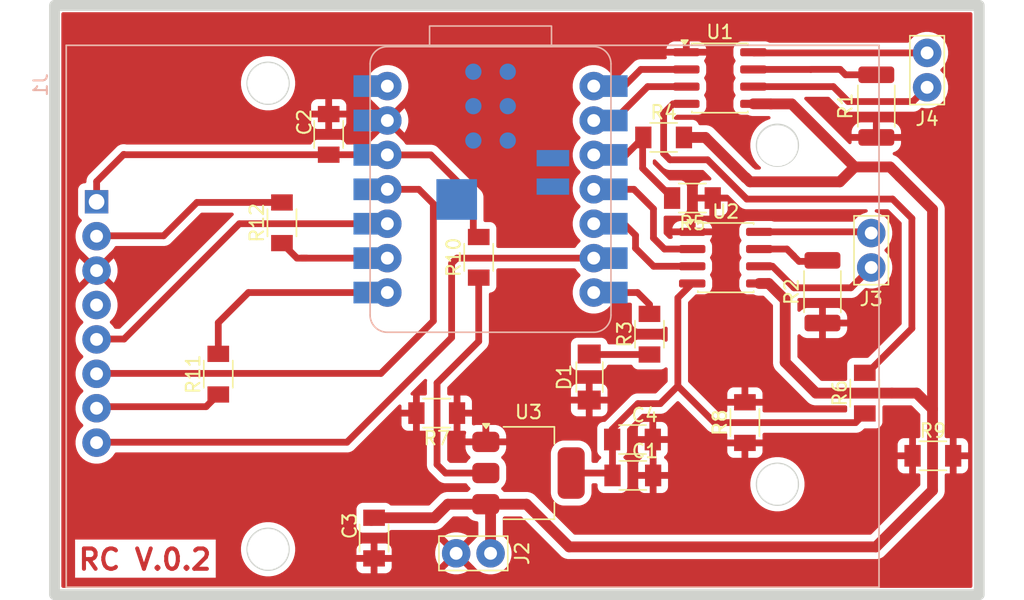
<source format=kicad_pcb>
(kicad_pcb
	(version 20241229)
	(generator "pcbnew")
	(generator_version "9.0")
	(general
		(thickness 1.6)
		(legacy_teardrops no)
	)
	(paper "A4")
	(layers
		(0 "F.Cu" signal)
		(2 "B.Cu" signal)
		(9 "F.Adhes" user "F.Adhesive")
		(11 "B.Adhes" user "B.Adhesive")
		(13 "F.Paste" user)
		(15 "B.Paste" user)
		(5 "F.SilkS" user "F.Silkscreen")
		(7 "B.SilkS" user "B.Silkscreen")
		(1 "F.Mask" user)
		(3 "B.Mask" user)
		(17 "Dwgs.User" user "User.Drawings")
		(19 "Cmts.User" user "User.Comments")
		(21 "Eco1.User" user "User.Eco1")
		(23 "Eco2.User" user "User.Eco2")
		(25 "Edge.Cuts" user)
		(27 "Margin" user)
		(31 "F.CrtYd" user "F.Courtyard")
		(29 "B.CrtYd" user "B.Courtyard")
		(35 "F.Fab" user)
		(33 "B.Fab" user)
		(39 "User.1" user)
		(41 "User.2" user)
		(43 "User.3" user)
		(45 "User.4" user)
	)
	(setup
		(stackup
			(layer "F.SilkS"
				(type "Top Silk Screen")
			)
			(layer "F.Paste"
				(type "Top Solder Paste")
			)
			(layer "F.Mask"
				(type "Top Solder Mask")
				(thickness 0.01)
			)
			(layer "F.Cu"
				(type "copper")
				(thickness 0.035)
			)
			(layer "dielectric 1"
				(type "core")
				(thickness 1.51)
				(material "FR4")
				(epsilon_r 4.5)
				(loss_tangent 0.02)
			)
			(layer "B.Cu"
				(type "copper")
				(thickness 0.035)
			)
			(layer "B.Mask"
				(type "Bottom Solder Mask")
				(thickness 0.01)
			)
			(layer "B.Paste"
				(type "Bottom Solder Paste")
			)
			(layer "B.SilkS"
				(type "Bottom Silk Screen")
			)
			(copper_finish "None")
			(dielectric_constraints no)
		)
		(pad_to_mask_clearance 0)
		(allow_soldermask_bridges_in_footprints no)
		(tenting front back)
		(pcbplotparams
			(layerselection 0x00000000_00000000_55555555_57555550)
			(plot_on_all_layers_selection 0x00000000_00000000_00000000_00000000)
			(disableapertmacros no)
			(usegerberextensions no)
			(usegerberattributes yes)
			(usegerberadvancedattributes yes)
			(creategerberjobfile yes)
			(dashed_line_dash_ratio 12.000000)
			(dashed_line_gap_ratio 3.000000)
			(svgprecision 6)
			(plotframeref no)
			(mode 1)
			(useauxorigin no)
			(hpglpennumber 1)
			(hpglpenspeed 20)
			(hpglpendiameter 15.000000)
			(pdf_front_fp_property_popups yes)
			(pdf_back_fp_property_popups yes)
			(pdf_metadata yes)
			(pdf_single_document no)
			(dxfpolygonmode yes)
			(dxfimperialunits yes)
			(dxfusepcbnewfont yes)
			(psnegative no)
			(psa4output no)
			(plot_black_and_white yes)
			(sketchpadsonfab no)
			(plotpadnumbers no)
			(hidednponfab no)
			(sketchdnponfab yes)
			(crossoutdnponfab yes)
			(subtractmaskfromsilk no)
			(outputformat 5)
			(mirror no)
			(drillshape 2)
			(scaleselection 1)
			(outputdirectory "")
		)
	)
	(net 0 "")
	(net 1 "GNDD")
	(net 2 "+9V_BATT")
	(net 3 "+3V3")
	(net 4 "PWR_5V")
	(net 5 "RC_MISO")
	(net 6 "RC_SDA")
	(net 7 "RC_SCK")
	(net 8 "unconnected-(M1-EN-Pad18)")
	(net 9 "RC_MOSI")
	(net 10 "A_OUT2")
	(net 11 "A_OUT1")
	(net 12 "B_OUT1")
	(net 13 "unconnected-(M1-BAT_VIN-Pad16)")
	(net 14 "B_OUT2")
	(net 15 "B_IN2")
	(net 16 "unconnected-(M1-MTMS-Pad19)")
	(net 17 "A_IN2")
	(net 18 "unconnected-(M1-BAT_GND-Pad15)")
	(net 19 "unconnected-(M1-MTDO-Pad22)")
	(net 20 "B_IN1")
	(net 21 "A_IN1")
	(net 22 "LED_Batt")
	(net 23 "unconnected-(M1-MTCK-Pad20)")
	(net 24 "unconnected-(M1-THERMAL-Pad23)")
	(net 25 "unconnected-(M1-MTDI-Pad17)")
	(net 26 "BAT+")
	(net 27 "Net-(U1-LSS)")
	(net 28 "IRQ")
	(net 29 "RC_RST")
	(net 30 "Net-(U2-LSS)")
	(net 31 "Net-(D1-A)")
	(footprint "PCM_fab:C_1206" (layer "F.Cu") (at 83.775 51.3))
	(footprint "PCM_fab:LED_1206" (layer "F.Cu") (at 80.58125 46.6875 90))
	(footprint "PCM_fab:C_1206" (layer "F.Cu") (at 64.7 58.575 90))
	(footprint "PCM_fab:C_1206" (layer "F.Cu") (at 83.8 53.95))
	(footprint "PCM_fab:R_1206" (layer "F.Cu") (at 92.075 50.05 90))
	(footprint "PCM_fab:R_1206" (layer "F.Cu") (at 86.075 29))
	(footprint "PCM_fab:PinHeader_01x02_P2.54mm_Vertical_THT_D1mm" (layer "F.Cu") (at 105.525 25.3 180))
	(footprint "PCM_fab:R_1206" (layer "F.Cu") (at 53.2 46.475 90))
	(footprint "PCM_fab:PinHeader_01x02_P2.54mm_Vertical_THT_D1.4mm" (layer "F.Cu") (at 73.3 59.7 -90))
	(footprint "Package_SO:SOIC-8-1EP_3.9x4.9mm_P1.27mm_EP2.41x3.3mm" (layer "F.Cu") (at 90.225 24.615))
	(footprint "Package_SO:SOIC-8-1EP_3.9x4.9mm_P1.27mm_EP2.41x3.3mm" (layer "F.Cu") (at 90.66 37.875))
	(footprint "PCM_fab:R_1206" (layer "F.Cu") (at 85.03125 43.525 90))
	(footprint "Resistor_SMD:R_2010_5025Metric" (layer "F.Cu") (at 97.8 40.3875 90))
	(footprint "PCM_fab:PinHeader_01x02_P2.54mm_Vertical_THT_D1mm" (layer "F.Cu") (at 101.4 38.6 180))
	(footprint "PCM_fab:R_1206" (layer "F.Cu") (at 105.95 52.5))
	(footprint "Package_TO_SOT_SMD:SOT-223-3_TabPin2" (layer "F.Cu") (at 76.1 53.775))
	(footprint "Resistor_SMD:R_2010_5025Metric" (layer "F.Cu") (at 101.775 26.6875 90))
	(footprint "PCM_fab:R_1206" (layer "F.Cu") (at 88.2 33.475 180))
	(footprint "PCM_fab:R_1206" (layer "F.Cu") (at 72.425 37.85 90))
	(footprint "PCM_fab:C_1206" (layer "F.Cu") (at 61.35 28.775 90))
	(footprint "PCM_fab:R_1206" (layer "F.Cu") (at 57.9 35.3 90))
	(footprint "PCM_fab:R_1206" (layer "F.Cu") (at 100.925 47.875 90))
	(footprint "PCM_fab:R_1206" (layer "F.Cu") (at 69.325 49.35 180))
	(footprint "Mariam_RFID_RC522:MODULE_CEG006900" (layer "B.Cu") (at 71.975 42.2 -90))
	(footprint "PCM_fab:SeeedStudio_XIAO_ESP32C3" (layer "B.Cu") (at 73.3 32.83 180))
	(gr_circle
		(center 56.875 25)
		(end 58.375 25)
		(stroke
			(width 0.2)
			(type solid)
		)
		(fill yes)
		(layer "Edge.Cuts")
		(uuid "a95daf83-18d8-4086-a6a7-a28341e15638")
	)
	(gr_circle
		(center 94.475 54.6)
		(end 95.975 54.6)
		(stroke
			(width 0.2)
			(type solid)
		)
		(fill yes)
		(layer "Edge.Cuts")
		(uuid "c25ee1c2-0045-4b5d-bda9-f9c518ae5ae5")
	)
	(gr_circle
		(center 56.875 59.4)
		(end 58.375 59.4)
		(stroke
			(width 0.2)
			(type solid)
		)
		(fill yes)
		(layer "Edge.Cuts")
		(uuid "c5f2d5bf-3b67-4c11-8554-e296dac22abb")
	)
	(gr_rect
		(start 41.113092 19.254733)
		(end 109.369684 62.752491)
		(stroke
			(width 0.8)
			(type solid)
		)
		(fill no)
		(layer "Edge.Cuts")
		(uuid "d9b9dda5-28bd-4467-b8f6-16cc5165bc13")
	)
	(gr_circle
		(center 94.475 29.575)
		(end 95.975 29.575)
		(stroke
			(width 0.2)
			(type solid)
		)
		(fill yes)
		(layer "Edge.Cuts")
		(uuid "f47a7e1c-5c2f-4ba7-a57b-c1db91333223")
	)
	(gr_text "RC V.0.2"
		(at 42.73 61.04 0)
		(layer "F.Cu")
		(uuid "1cc3bb49-adf3-40f6-90f1-5a56a93ce101")
		(effects
			(font
				(size 1.5 1.5)
				(thickness 0.3)
				(bold yes)
			)
			(justify left bottom)
		)
	)
	(segment
		(start 64.5 57.275)
		(end 64.7 57.075)
		(width 0.8)
		(layer "F.Cu")
		(net 2)
		(uuid "01d4f42d-18f3-4d1d-9c39-cc213374c5d2")
	)
	(segment
		(start 105.925 34.315076)
		(end 105.925 49.05)
		(width 0.8)
		(layer "F.Cu")
		(net 2)
		(uuid "07c1e6b0-54ee-4df5-9a86-a51381c57cea")
	)
	(segment
		(start 103.492462 31.882538)
		(end 105.925 34.315076)
		(width 0.8)
		(layer "F.Cu")
		(net 2)
		(uuid "1c04b9aa-f8f6-4fff-9304-03a97f576654")
	)
	(segment
		(start 92.7 26.52)
		(end 93.995 26.52)
		(width 0.8)
		(layer "F.Cu")
		(net 2)
		(uuid "231587f6-78f3-4995-8834-78afb0151220")
	)
	(segment
		(start 69.15 57.075)
		(end 70.15 56.075)
		(width 0.8)
		(layer "F.Cu")
		(net 2)
		(uuid "2515aadb-62bd-4f87-a968-95ad0638ced3")
	)
	(segment
		(start 95.05 45.6)
		(end 95.05 40.975)
		(width 0.8)
		(layer "F.Cu")
		(net 2)
		(uuid "2af6df0d-a2a9-4f6f-848f-381886f31595")
	)
	(segment
		(start 87.575 29)
		(end 89.15 29)
		(width 0.8)
		(layer "F.Cu")
		(net 2)
		(uuid "2d40cdc6-5e9b-4655-a24a-353ecedefdcb")
	)
	(segment
		(start 93.995 26.52)
		(end 94 26.525)
		(width 0.8)
		(layer "F.Cu")
		(net 2)
		(uuid "3c1658fb-d6c5-48c4-b636-1a3ebaee4176")
	)
	(segment
		(start 95.025 40.975)
		(end 93.83 39.78)
		(width 0.8)
		(layer "F.Cu")
		(net 2)
		(uuid "466408b5-7e19-403d-9a85-b95e052e0793")
	)
	(segment
		(start 79.1 59.225)
		(end 101.75 59.225)
		(width 0.8)
		(layer "F.Cu")
		(net 2)
		(uuid "4a4d5174-890b-4106-b27f-71ae61bd7ef6")
	)
	(segment
		(start 104.75 47.875)
		(end 105.925 49.05)
		(width 0.8)
		(layer "F.Cu")
		(net 2)
		(uuid "4f1d5fcc-18c5-4476-8a05-b63cdca6bc38")
	)
	(segment
		(start 95.525 26.525)
		(end 100.178065 31.178065)
		(width 0.8)
		(layer "F.Cu")
		(net 2)
		(uuid "5285bde1-d502-45ab-93f6-5969f0cf9f27")
	)
	(segment
		(start 73.3 59.7)
		(end 73.3 56.425)
		(width 0.8)
		(layer "F.Cu")
		(net 2)
		(uuid "537654c2-1610-4e39-8a1e-dcc9bd6b9f24")
	)
	(segment
		(start 73.3 56.425)
		(end 72.95 56.075)
		(width 0.8)
		(layer "F.Cu")
		(net 2)
		(uuid "5b00685b-f5c9-4632-b208-7dcd29c6f5c3")
	)
	(segment
		(start 93.83 39.78)
		(end 93.135 39.78)
		(width 0.8)
		(layer "F.Cu")
		(net 2)
		(uuid "5e7fc372-633e-4bf4-b1c7-cbec54c69339")
	)
	(segment
		(start 97.325 47.875)
		(end 95.05 45.6)
		(width 0.8)
		(layer "F.Cu")
		(net 2)
		(uuid "62703895-43e2-4452-9869-9be5c7451cb0")
	)
	(segment
		(start 105.925 55.05)
		(end 105.925 49.05)
		(width 0.8)
		(layer "F.Cu")
		(net 2)
		(uuid "65ffa475-8b90-4c85-a93f-2e047a2e22a9")
	)
	(segment
		(start 92.151 31.976)
		(end 92.45 32.275)
		(width 0.8)
		(layer "F.Cu")
		(net 2)
		(uuid "676681b3-7940-4f74-925c-f593ffcfbb2a")
	)
	(segment
		(start 89.15 29)
		(end 92.126 31.976)
		(width 0.8)
		(layer "F.Cu")
		(net 2)
		(uuid "70c365ed-0a1a-48ee-84ad-daf2905f5a15")
	)
	(segment
		(start 100.178065 31.178065)
		(end 102.787989 31.178065)
		(width 0.8)
		(layer "F.Cu")
		(net 2)
		(uuid "71e4badd-fb36-47ed-b8f6-835c5f86e872")
	)
	(segment
		(start 75.95 56.075)
		(end 79.1 59.225)
		(width 0.8)
		(layer "F.Cu")
		(net 2)
		(uuid "75379d4f-33ce-4a52-94c1-008bcc0ea81e")
	)
	(segment
		(start 92.45 32.275)
		(end 99.08113 32.275)
		(width 0.8)
		(layer "F.Cu")
		(net 2)
		(uuid "81b9c964-4b99-4e85-85c3-c0d2d352e70e")
	)
	(segment
		(start 95.05 40.975)
		(end 95.025 40.975)
		(width 0.8)
		(layer "F.Cu")
		(net 2)
		(uuid "910a4668-4c9a-462d-9aed-f2a291cd632e")
	)
	(segment
		(start 102.787989 31.178065)
		(end 103.492462 31.882538)
		(width 0.8)
		(layer "F.Cu")
		(net 2)
		(uuid "9db4bfa8-6d17-4101-a617-54c9c72bb7e6")
	)
	(segment
		(start 70.15 56.075)
		(end 72.95 56.075)
		(width 0.8)
		(layer "F.Cu")
		(net 2)
		(uuid "9e5a62f6-43b0-4a40-ab8d-386476fcdb9f")
	)
	(segment
		(start 72.95 56.075)
		(end 75.95 56.075)
		(width 0.8)
		(layer "F.Cu")
		(net 2)
		(uuid "a5557461-a735-4e80-bf9d-9b0d1b1305fc")
	)
	(segment
		(start 101.75 59.225)
		(end 105.925 55.05)
		(width 0.8)
		(layer "F.Cu")
		(net 2)
		(uuid "a5c3c3ba-4aba-4d22-ba29-119463d8f47b")
	)
	(segment
		(start 92.126 31.976)
		(end 92.151 31.976)
		(width 0.8)
		(layer "F.Cu")
		(net 2)
		(uuid "b0e7d196-831e-4469-840a-65f5828cd96a")
	)
	(segment
		(start 102.925 47.875)
		(end 97.325 47.875)
		(width 0.8)
		(layer "F.Cu")
		(net 2)
		(uuid "c10b4492-be8d-4abc-8b7b-7af84d43d2d9")
	)
	(segment
		(start 102.925 47.875)
		(end 104.75 47.875)
		(width 0.8)
		(layer "F.Cu")
		(net 2)
		(uuid "ca3bf58b-0616-403d-a4ed-68c0d799105c")
	)
	(segment
		(start 94 26.525)
		(end 95.525 26.525)
		(width 0.8)
		(layer "F.Cu")
		(net 2)
		(uuid "d66991a6-fdd5-424d-ab25-68b2cce51179")
	)
	(segment
		(start 99.08113 32.275)
		(end 100.178065 31.178065)
		(width 0.8)
		(layer "F.Cu")
		(net 2)
		(uuid "ee980d08-c283-4d6a-ae79-7d50c258579c")
	)
	(segment
		(start 72.9 56.125)
		(end 72.95 56.075)
		(width 0.8)
		(layer "F.Cu")
		(net 2)
		(uuid "f0878352-33be-4b9f-9d67-10e82f2b6af8")
	)
	(segment
		(start 64.7 57.075)
		(end 69.15 57.075)
		(width 0.8)
		(layer "F.Cu")
		(net 2)
		(uuid "ff429b72-8b38-4814-9d26-929897f75079")
	)
	(segment
		(start 100.925 46.375)
		(end 101.125 46.375)
		(width 0.5)
		(layer "F.Cu")
		(net 3)
		(uuid "03516f79-e19b-45dc-b1b2-fd17f3f8fc9c")
	)
	(segment
		(start 87.125 40.84)
		(end 88.185 39.78)
		(width 0.5)
		(layer "F.Cu")
		(net 3)
		(uuid "08826466-6d61-42ff-b2f8-e65ba07847b1")
	)
	(segment
		(start 85.825 48.65)
		(end 87.125 47.35)
		(width 0.5)
		(layer "F.Cu")
		(net 3)
		(uuid "0ceb59e3-2a36-4f3f-9fcc-f16dca9a4df8")
	)
	(segment
		(start 82.3 53.95)
		(end 82.3 51.45)
		(width 0.5)
		(layer "F.Cu")
		(net 3)
		(uuid "186b3960-6660-4df0-ab2c-561fb10c4c51")
	)
	(segment
		(start 61.35 30.275)
		(end 65.665 30.275)
		(width 0.5)
		(layer "F.Cu")
		(net 3)
		(uuid "293b25e2-204e-42e7-bf7b-ce644ed57afb")
	)
	(segment
		(start 44.22 32.255)
		(end 46.225 30.25)
		(width 0.5)
		(layer "F.Cu")
		(net 3)
		(uuid "2a8999fe-ae44-4310-a6b0-09964d60182a")
	)
	(segment
		(start 46.225 30.25)
		(end 46.25 30.275)
		(width 0.5)
		(layer "F.Cu")
		(net 3)
		(uuid "343e5297-4085-4227-be50-1a90dd2d0b11")
	)
	(segment
		(start 82.125 53.775)
		(end 82.3 53.95)
		(width 0.5)
		(layer "F.Cu")
		(net 3)
		(uuid "49830282-34af-4967-a0c2-ec5c52a6e15f")
	)
	(segment
		(start 72.425 44.05)
		(end 69.35 47.125)
		(width 0.5)
		(layer "F.Cu")
		(net 3)
		(uuid "52d653e1-6fd5-4bc7-9d3d-35142b7beafd")
	)
	(segment
		(start 89.315076 30.65)
		(end 86.55 30.65)
		(width 0.5)
		(layer "F.Cu")
		(net 3)
		(uuid "5fe01f5e-73e0-43f3-a47b-a697a3213722")
	)
	(segment
		(start 69.975 53.775)
		(end 72.95 53.775)
		(width 0.5)
		(layer "F.Cu")
		(net 3)
		(uuid "60a5230e-1511-45ba-9604-90a6d1cee7ad")
	)
	(segment
		(start 65.665 30.275)
		(end 65.68 30.29)
		(width 0.5)
		(layer "F.Cu")
		(net 3)
		(uuid "62acdce6-5991-4d6d-8b9b-950e55aa12ea")
	)
	(segment
		(start 69.35 53.15)
		(end 69.975 53.775)
		(width 0.5)
		(layer "F.Cu")
		(net 3)
		(uuid "6c1f32e0-6f98-45ae-9588-0e646840efba")
	)
	(segment
		(start 100.249 50.051)
		(end 100.925 49.375)
		(width 0.5)
		(layer "F.Cu")
		(net 3)
		(uuid "6e1b7f1b-2ae8-440c-b2cc-5eb6c35c354f")
	)
	(segment
		(start 86.075 30.175)
		(end 86.075 27.220001)
		(width 0.5)
		(layer "F.Cu")
		(net 3)
		(uuid "6f1d718f-1c0e-4634-a16a-fe4b02007452")
	)
	(segment
		(start 84.175 48.65)
		(end 85.825 48.65)
		(width 0.5)
		(layer "F.Cu")
		(net 3)
		(uuid "7231777e-bb33-42cb-8cc3-aeea84480758")
	)
	(segment
		(start 86.775001 26.52)
		(end 87.75 26.52)
		(width 0.5)
		(layer "F.Cu")
		(net 3)
		(uuid "753bfc4e-c2d9-4c7a-b9d3-56e1d74115c4")
	)
	(segment
		(start 102.975 33.55)
		(end 92.215076 33.55)
		(width 0.5)
		(layer "F.Cu")
		(net 3)
		(uuid "7b10d4df-4fe1-4b8f-b6e4-57e41c736fe1")
	)
	(segment
		(start 46.25 30.275)
		(end 61.35 30.275)
		(width 0.5)
		(layer "F.Cu")
		(net 3)
		(uuid "7e88b6db-a14e-4c76-8d08-53dc1df37125")
	)
	(segment
		(start 86.55 30.65)
		(end 86.075 30.175)
		(width 0.5)
		(layer "F.Cu")
		(net 3)
		(uuid "8270cda3-0a1d-4623-9624-976567ffc310")
	)
	(segment
		(start 72.425 39.35)
		(end 72.425 44.05)
		(width 0.5)
		(layer "F.Cu")
		(net 3)
		(uuid "9365f3ff-96c3-4d60-8fde-0737f98e33fd")
	)
	(segment
		(start 82.275 51.3)
		(end 82.275 50.55)
		(width 0.5)
		(layer "F.Cu")
		(net 3)
		(uuid "9b3fc755-2383-421a-b55e-c3d6baa9e5ba")
	)
	(segment
		(start 89.826 50.051)
		(end 87.125 47.35)
		(width 0.5)
		(layer "F.Cu")
		(net 3)
		(uuid "ad07e687-8659-44e9-80ef-efd3a3f408e1")
	)
	(segment
		(start 104.4 34.975)
		(end 102.975 33.55)
		(width 0.5)
		(layer "F.Cu")
		(net 3)
		(uuid "ad6c0ba1-c4da-4037-818f-30d42112a528")
	)
	(segment
		(start 65.68 30.29)
		(end 68.885 30.29)
		(width 0.5)
		(layer "F.Cu")
		(net 3)
		(uuid "b038e974-e813-46bc-95b6-9bd1d6349756")
	)
	(segment
		(start 72.025 33.43)
		(end 72.025 36.35)
		(width 0.5)
		(layer "F.Cu")
		(net 3)
		(uuid "b75a4ae1-52a3-41fe-8614-8f6997ed0682")
	)
	(segment
		(start 86.075 27.220001)
		(end 86.775001 26.52)
		(width 0.5)
		(layer "F.Cu")
		(net 3)
		(uuid "b7abc82f-f5f8-4733-bb5d-3abbdf096e82")
	)
	(segment
		(start 44.22 33.72)
		(end 44.22 32.255)
		(width 0.5)
		(layer "F.Cu")
		(net 3)
		(uuid "bfac051c-59d5-4d6f-86d7-b55e6a22c644")
	)
	(segment
		(start 92.215076 33.55)
		(end 89.315076 30.65)
		(width 0.5)
		(layer "F.Cu")
		(net 3)
		(uuid "c5e2be78-bd64-4d77-b4c8-78855b4ea901")
	)
	(segment
		(start 101.125 46.375)
		(end 104.4 43.1)
		(width 0.5)
		(layer "F.Cu")
		(net 3)
		(uuid "c74c4120-9ee5-4d04-8608-916e278bba7c")
	)
	(segment
		(start 82.275 50.55)
		(end 84.175 48.65)
		(width 0.5)
		(layer "F.Cu")
		(net 3)
		(uuid "c7cb3ed7-0bee-49f6-aa71-efff140ca9e2")
	)
	(segment
		(start 82.275 51.425)
		(end 82.275 51.3)
		(width 0.5)
		(layer "F.Cu")
		(net 3)
		(uuid "c84829df-8ca5-4a0d-b67b-e3c5535fb52c")
	)
	(segment
		(start 82.3 51.45)
		(end 82.275 51.425)
		(width 0.5)
		(layer "F.Cu")
		(net 3)
		(uuid "ca37b924-9528-4134-9316-8e72e49d37a1")
	)
	(segment
		(start 79.25 53.775)
		(end 82.125 53.775)
		(width 0.5)
		(layer "F.Cu")
		(net 3)
		(uuid "cbd411f7-29b8-42e4-9bc7-321b9143a616")
	)
	(segment
		(start 87.125 47.35)
		(end 87.125 40.84)
		(width 0.5)
		(layer "F.Cu")
		(net 3)
		(uuid "d7a8f378-5982-4886-977a-0ff410bc73a1")
	)
	(segment
		(start 69.35 47.125)
		(end 69.35 53.15)
		(width 0.5)
		(layer "F.Cu")
		(net 3)
		(uuid "de4ed0d3-709e-4d18-a1d8-b4d2d93830f6")
	)
	(segment
		(start 104.4 43.1)
		(end 104.4 34.975)
		(width 0.5)
		(layer "F.Cu")
		(net 3)
		(uuid "e127595e-9c6e-43d7-a842-366573a94cf5")
	)
	(segment
		(start 89.826 50.051)
		(end 100.249 50.051)
		(width 0.5)
		(layer "F.Cu")
		(net 3)
		(uuid "e25d99f7-ee74-4b5b-a90b-1a92da161c8a")
	)
	(segment
		(start 68.885 30.29)
		(end 72.025 33.43)
		(width 0.5)
		(layer "F.Cu")
		(net 3)
		(uuid "ed447825-45c1-40a5-b3d9-d05fb6fe2fd0")
	)
	(segment
		(start 54.755 35.37)
		(end 65.68 35.37)
		(width 0.5)
		(layer "F.Cu")
		(net 5)
		(uuid "7c11db64-ddf1-40da-aa8f-4c59813593b5")
	)
	(segment
		(start 46.245 43.88)
		(end 54.755 35.37)
		(width 0.5)
		(layer "F.Cu")
		(net 5)
		(uuid "b56b69cb-16f0-4da7-a87a-aa5e5a24f7f5")
	)
	(segment
		(start 44.22 43.88)
		(end 46.245 43.88)
		(width 0.5)
		(layer "F.Cu")
		(net 5)
		(uuid "f1943f39-03a1-46bd-9b66-755956526df3")
	)
	(segment
		(start 62.7 51.5)
		(end 70.425 43.775)
		(width 0.5)
		(layer "F.Cu")
		(net 6)
		(uuid "07a9459a-34c5-47c5-8189-a2b59670aee4")
	)
	(segment
		(start 70.425 43.775)
		(end 70.425 38.3)
		(width 0.5)
		(layer "F.Cu")
		(net 6)
		(uuid "14a51092-d6d2-41d8-973d-327dcb60b518")
	)
	(segment
		(start 70.425 38.3)
		(end 70.815 37.91)
		(width 0.5)
		(layer "F.Cu")
		(net 6)
		(uuid "aa7ebb2d-0279-4aff-9003-efed3791cf85")
	)
	(segment
		(start 70.815 37.91)
		(end 80.915 37.91)
		(width 0.5)
		(layer "F.Cu")
		(net 6)
		(uuid "d2c3da11-0481-46ed-b6c9-81a3a0e8a1c0")
	)
	(segment
		(start 44.22 51.5)
		(end 62.7 51.5)
		(width 0.5)
		(layer "F.Cu")
		(net 6)
		(uuid "e430ae40-8175-40a2-a6d1-114b626979da")
	)
	(segment
		(start 52.3 48.875)
		(end 44.305 48.875)
		(width 0.5)
		(layer "F.Cu")
		(net 7)
		(uuid "2870f884-072f-46d6-8e5e-b8fbf848f2e6")
	)
	(segment
		(start 53.2 42.675)
		(end 55.425 40.45)
		(width 0.5)
		(layer "F.Cu")
		(net 7)
		(uuid "50c494f4-4a25-46bb-ba66-f1c327e7c766")
	)
	(segment
		(start 53.2 47.975)
		(end 52.3 48.875)
		(width 0.5)
		(layer "F.Cu")
		(net 7)
		(uuid "53029491-e4b3-4d8a-aff5-fe1c151180ff")
	)
	(segment
		(start 44.305 48.875)
		(end 44.22 48.96)
		(width 0.5)
		(layer "F.Cu")
		(net 7)
		(uuid "5ce1dbab-0a26-4415-a73f-5934ee511b59")
	)
	(segment
		(start 53.2 44.975)
		(end 53.2 42.675)
		(width 0.5)
		(layer "F.Cu")
		(net 7)
		(uuid "90615b03-72fd-4d88-a950-641123ab3fbd")
	)
	(segment
		(start 55.425 40.45)
		(end 65.68 40.45)
		(width 0.5)
		(layer "F.Cu")
		(net 7)
		(uuid "9ebeffe5-15d9-427c-8ca6-b04abe6f7f89")
	)
	(segment
		(start 68.005 32.83)
		(end 69.075 33.9)
		(width 0.5)
		(layer "F.Cu")
		(net 9)
		(uuid "7b1fde18-535d-43c9-949c-a2cddb4cec62")
	)
	(segment
		(start 69.075 42.55)
		(end 65.205 46.42)
		(width 0.5)
		(layer "F.Cu")
		(net 9)
		(uuid "7b2b7656-9f4e-43e2-a4a0-c7416a2da30f")
	)
	(segment
		(start 65.205 46.42)
		(end 44.22 46.42)
		(width 0.5)
		(layer "F.Cu")
		(net 9)
		(uuid "7fc89d49-da53-40f4-be9e-af96234730c1")
	)
	(segment
		(start 65.68 32.83)
		(end 68.005 32.83)
		(width 0.5)
		(layer "F.Cu")
		(net 9)
		(uuid "8f4ccce1-7fc9-4c18-abbb-3bdebcb3ee7b")
	)
	(segment
		(start 69.075 33.9)
		(end 69.075 42.55)
		(width 0.5)
		(layer "F.Cu")
		(net 9)
		(uuid "f0b43f66-f00e-467f-821f-a7f77f4da160")
	)
	(segment
		(start 92.7 22.71)
		(end 92.75 22.76)
		(width 0.5)
		(layer "F.Cu")
		(net 10)
		(uuid "1b15844d-4e70-4dbb-ad51-a51e6e0535ec")
	)
	(segment
		(start 92.75 22.76)
		(end 105.525 22.76)
		(width 0.5)
		(layer "F.Cu")
		(net 10)
		(uuid "c319f93f-54b6-420c-b9bf-e70609680a23")
	)
	(segment
		(start 99.7 26.35)
		(end 104.475 26.35)
		(width 0.5)
		(layer "F.Cu")
		(net 11)
		(uuid "067a4951-7c2b-4b6f-9309-bee20ca36ef5")
	)
	(segment
		(start 104.475 26.35)
		(end 105.525 25.3)
		(width 0.5)
		(layer "F.Cu")
		(net 11)
		(uuid "1dd72751-8d95-4d3e-aacd-d54a512cc5ae")
	)
	(segment
		(start 92.7 25.25)
		(end 98.6 25.25)
		(width 0.5)
		(layer "F.Cu")
		(net 11)
		(uuid "41bfd2b0-9dc3-4404-8b47-c47ca3ae1b4a")
	)
	(segment
		(start 104.8375 25.9875)
		(end 105.525 25.3)
		(width 0.5)
		(layer "F.Cu")
		(net 11)
		(uuid "73a09b0a-e9d4-4804-8aec-68540301d432")
	)
	(segment
		(start 98.6 25.25)
		(end 99.7 26.35)
		(width 0.5)
		(layer "F.Cu")
		(net 11)
		(uuid "ca7bea33-7569-4590-990f-29346b5d6feb")
	)
	(segment
		(start 93.135 38.51)
		(end 94.109999 38.51)
		(width 0.5)
		(layer "F.Cu")
		(net 12)
		(uuid "5f8ccdaf-cf77-412e-8912-7e37c0274871")
	)
	(segment
		(start 99.9 40.1)
		(end 101.4 38.6)
		(width 0.5)
		(layer "F.Cu")
		(net 12)
		(uuid "c82faa59-2de2-42cc-8dbb-f135cb184962")
	)
	(segment
		(start 94.109999 38.51)
		(end 95.699999 40.1)
		(width 0.5)
		(layer "F.Cu")
		(net 12)
		(uuid "d0286bf8-3424-4a01-92a9-3518b861300a")
	)
	(segment
		(start 95.699999 40.1)
		(end 99.9 40.1)
		(width 0.5)
		(layer "F.Cu")
		(net 12)
		(uuid "f08a19e8-bc15-4970-9752-60060ac05729")
	)
	(segment
		(start 93.135 35.97)
		(end 101.31 35.97)
		(width 0.5)
		(layer "F.Cu")
		(net 14)
		(uuid "6869bf25-4ae0-40ad-bf39-82050c9751fd")
	)
	(segment
		(start 101.31 35.97)
		(end 101.4 36.06)
		(width 0.5)
		(layer "F.Cu")
		(net 14)
		(uuid "87b5b05d-9db9-434b-b0b3-e2ab832e2bf5")
	)
	(segment
		(start 80.915 32.83)
		(end 83.88 32.83)
		(width 0.5)
		(layer "F.Cu")
		(net 15)
		(uuid "062b271a-bc14-4721-8d5d-0277ef28853c")
	)
	(segment
		(start 80.915 32.83)
		(end 80.97 32.775)
		(width 0.5)
		(layer "F.Cu")
		(net 15)
		(uuid "41f8e8a6-e938-44be-b93d-75341060ddab")
	)
	(segment
		(start 85.325 36.425)
		(end 86.14 37.24)
		(width 0.5)
		(layer "F.Cu")
		(net 15)
		(uuid "4bdffb08-7bfb-4f75-9306-b21963513e72")
	)
	(segment
		(start 85.325 34.275)
		(end 85.325 36.425)
		(width 0.5)
		(layer "F.Cu")
		(net 15)
		(uuid "778985b1-ff29-479a-a780-45b6f5b78264")
	)
	(segment
		(start 83.88 32.83)
		(end 85.325 34.275)
		(width 0.5)
		(layer "F.Cu")
		(net 15)
		(uuid "bc9ee203-1a5a-4db6-9786-921f8d06489d")
	)
	(segment
		(start 86.14 37.24)
		(end 88.185 37.24)
		(width 0.5)
		(layer "F.Cu")
		(net 15)
		(uuid "d725c16e-e23c-45f5-902a-d421fc5fc9b0")
	)
	(segment
		(start 80.915 25.21)
		(end 83.165 25.21)
		(width 0.5)
		(layer "F.Cu")
		(net 17)
		(uuid "26d1d278-329f-4c4f-b013-5d31339394f4")
	)
	(segment
		(start 83.165 25.21)
		(end 84.395 23.98)
		(width 0.5)
		(layer "F.Cu")
		(net 17)
		(uuid "4c009114-54d2-4402-b59f-0619677f1c8b")
	)
	(segment
		(start 84.395 23.98)
		(end 87.75 23.98)
		(width 0.5)
		(layer "F.Cu")
		(net 17)
		(uuid "de370c8b-9735-41ee-8756-3131c8fdd3f9")
	)
	(segment
		(start 84 36.225)
		(end 84 37.175)
		(width 0.5)
		(layer "F.Cu")
		(net 20)
		(uuid "0db830b6-4085-49d7-924c-8f7e9bbbcaa6")
	)
	(segment
		(start 85.335 38.51)
		(end 88.185 38.51)
		(width 0.5)
		(layer "F.Cu")
		(net 20)
		(uuid "279305aa-d032-4452-bd12-9d18327f32e9")
	)
	(segment
		(start 88.165 38.53)
		(end 88.185 38.51)
		(width 0.5)
		(layer "F.Cu")
		(net 20)
		(uuid "632a0878-0541-4b9b-8a60-b6e072373e91")
	)
	(segment
		(start 80.915 35.37)
		(end 83.145 35.37)
		(width 0.5)
		(layer "F.Cu")
		(net 20)
		(uuid "bba793f2-a36c-4290-bab5-b2cb59db0049")
	)
	(segment
		(start 83.145 35.37)
		(end 84 36.225)
		(width 0.5)
		(layer "F.Cu")
		(net 20)
		(uuid "ca67418e-4547-44ef-9fe7-bdeb78a64ff7")
	)
	(segment
		(start 84 37.175)
		(end 85.335 38.51)
		(width 0.5)
		(layer "F.Cu")
		(net 20)
		(uuid "e13932d8-cbdf-47c4-957d-0364d81e0927")
	)
	(segment
		(start 84.9 25.25)
		(end 87.75 25.25)
		(width 0.5)
		(layer "F.Cu")
		(net 21)
		(uuid "725efe23-dbb1-4575-9652-16d6973ee9df")
	)
	(segment
		(start 82.4 27.75)
		(end 84.9 25.25)
		(width 0.5)
		(layer "F.Cu")
		(net 21)
		(uuid "8b4f53f4-f43b-43b2-9dfb-f4e7f3099ca1")
	)
	(segment
		(start 80.915 27.75)
		(end 82.4 27.75)
		(width 0.5)
		(layer "F.Cu")
		(net 21)
		(uuid "e4c0a814-615e-4d05-9bb6-e8f5a82d6d51")
	)
	(segment
		(start 84.15 40.45)
		(end 85.03125 41.33125)
		(width 0.5)
		(layer "F.Cu")
		(net 22)
		(uuid "18204bf4-0a90-4ecd-9d11-2b65855435c8")
	)
	(segment
		(start 80.915 40.45)
		(end 84.15 40.45)
		(width 0.5)
		(layer "F.Cu")
		(net 22)
		(uuid "502c1819-97bb-4903-be36-5ecbb6f2570a")
	)
	(segment
		(start 85.03125 41.33125)
		(end 85.03125 42.025)
		(width 0.5)
		(layer "F.Cu")
		(net 22)
		(uuid "ecd449b1-8fb0-4855-b5bf-3f008af5ca19")
	)
	(segment
		(start 84.525 29.05)
		(end 84.525 31.275)
		(width 0.5)
		(layer "F.Cu")
		(net 26)
		(uuid "00357704-4ad0-4487-aab1-d8e6f65cdd25")
	)
	(segment
		(start 86.7 33.45)
		(end 86.7 33.475)
		(width 0.5)
		(layer "F.Cu")
		(net 26)
		(uuid "5b9f4e1d-dc88-4b8c-9152-059428e83489")
	)
	(segment
		(start 84.525 31.275)
		(end 86.7 33.45)
		(width 0.5)
		(layer "F.Cu")
		(net 26)
		(uuid "76e2341a-625a-4e23-a16a-b70e1842a12f")
	)
	(segment
		(start 84.575 29)
		(end 84.525 29.05)
		(width 0.5)
		(layer "F.Cu")
		(net 26)
		(uuid "93a62bf1-ecf3-43a1-8ae8-5182ae944a32")
	)
	(segment
		(start 83.285 30.29)
		(end 84.575 29)
		(width 0.5)
		(layer "F.Cu")
		(net 26)
		(uuid "9647e202-8510-4017-8e28-be4a7596ed81")
	)
	(segment
		(start 80.915 30.29)
		(end 83.285 30.29)
		(width 0.5)
		(layer "F.Cu")
		(net 26)
		(uuid "d0817fc1-d8dc-45b4-8760-a53282ba2b79")
	)
	(segment
		(start 92.7 23.98)
		(end 96.94 23.98)
		(width 0.5)
		(layer "F.Cu")
		(net 27)
		(uuid "44bc8d4a-d577-4342-8b35-ec26ed4c3f65")
	)
	(segment
		(start 99.1 23.975)
		(end 99.5 24.375)
		(width 0.5)
		(layer "F.Cu")
		(net 27)
		(uuid "4a9d2a55-26be-4c2d-8ab1-7a9c0cc91cfc")
	)
	(segment
		(start 96.945 23.975)
		(end 99.1 23.975)
		(width 0.5)
		(layer "F.Cu")
		(net 27)
		(uuid "65fb5103-3e09-45c8-8815-da32b2b67816")
	)
	(segment
		(start 99.5 24.375)
		(end 101.775 24.375)
		(width 0.5)
		(layer "F.Cu")
		(net 27)
		(uuid "9ffec4f2-ebf4-4de5-a17c-da873cca2416")
	)
	(segment
		(start 96.94 23.98)
		(end 96.945 23.975)
		(width 0.5)
		(layer "F.Cu")
		(net 27)
		(uuid "ac66ad59-3054-40c4-b053-09a4aa82e5e5")
	)
	(segment
		(start 51.625 33.8)
		(end 57.9 33.8)
		(width 0.5)
		(layer "F.Cu")
		(net 29)
		(uuid "4edf8e7c-c876-4d6f-872d-8df7d21cd33b")
	)
	(segment
		(start 49.165 36.26)
		(end 51.625 33.8)
		(width 0.5)
		(layer "F.Cu")
		(net 29)
		(uuid "61f85d3a-8bc2-4fcd-b210-3e117ebcb6ed")
	)
	(segment
		(start 59.335 37.91)
		(end 65.68 37.91)
		(width 0.5)
		(layer "F.Cu")
		(net 29)
		(uuid "62864e9c-504f-47ba-b0b0-32cf890847ce")
	)
	(segment
		(start 44.22 36.26)
		(end 49.165 36.26)
		(width 0.5)
		(layer "F.Cu")
		(net 29)
		(uuid "a1678bde-c98a-49d3-a48e-2e5e2c546389")
	)
	(segment
		(start 59.01 37.91)
		(end 59.725 37.91)
		(width 0.5)
		(layer "F.Cu")
		(net 29)
		(uuid "e31c3cc5-9384-461b-bfa0-ea323aca993e")
	)
	(segment
		(start 57.9 36.8)
		(end 59.01 37.91)
		(width 0.5)
		(layer "F.Cu")
		(net 29)
		(uuid "e541f5d9-83fb-4441-abd6-2cb723c4903f")
	)
	(segment
		(start 95.665 37.74)
		(end 96.075 38.15)
		(width 0.5)
		(layer "F.Cu")
		(net 30)
		(uuid "1bfe0e30-a3ae-4678-b7bb-6cab1b8d0c22")
	)
	(segment
		(start 95.175 37.24)
		(end 95.665 37.73)
		(width 0.5)
		(layer "F.Cu")
		(net 30)
		(uuid "2f663b7a-3b0b-4bdb-89c7-0000b4285a72")
	)
	(segment
		(start 95.665 37.73)
		(end 95.665 37.74)
		(width 0.5)
		(layer "F.Cu")
		(net 30)
		(uuid "636867aa-dbf3-4468-a12e-dd41d12a735c")
	)
	(segment
		(start 93.135 37.24)
		(end 95.175 37.24)
		(width 0.5)
		(layer "F.Cu")
		(net 30)
		(uuid "dc5bb021-1412-4fe0-95c5-1afea63c18b6")
	)
	(segment
		(start 96.075 38.15)
		(end 98.275 38.15)
		(width 0.5)
		(layer "F.Cu")
		(net 30)
		(uuid "e375bb31-6824-47a5-808f-ad54340cc5d7")
	)
	(segment
		(start 85.03125 45.025)
		(end 80.61875 45.025)
		(width 0.5)
		(layer "F.Cu")
		(net 31)
		(uuid "dc4dcfdc-ab84-4796-8728-9dbb0421acbb")
	)
	(zone
		(net 1)
		(net_name "GNDD")
		(layer "F.Cu")
		(uuid "cc13e09d-d060-4a5c-96db-0b020eec28c0")
		(hatch edge 0.5)
		(connect_pads
			(clearance 0.5)
		)
		(min_thickness 0.25)
		(filled_areas_thickness no)
		(fill yes
			(thermal_gap 0.5)
			(thermal_bridge_width 0.5)
		)
		(polygon
			(pts
				(xy 41.05 19.25) (xy 109.55 19.3) (xy 109.625 62.8) (xy 105.425 62.8) (xy 41.8 62.875) (xy 41.075 62.625)
				(xy 41 20.85)
			)
		)
		(filled_polygon
			(layer "F.Cu")
			(pts
				(xy 79.548411 38.680185) (xy 79.587102 38.719715) (xy 79.588895 38.722642) (xy 79.732339 38.920076)
				(xy 79.732343 38.920081) (xy 79.904581 39.092319) (xy 79.938066 39.153642) (xy 79.933082 39.223334)
				(xy 79.904581 39.267681) (xy 79.732343 39.439918) (xy 79.732339 39.439923) (xy 79.588896 39.637357)
				(xy 79.478097 39.854812) (xy 79.402678 40.086927) (xy 79.367736 40.307544) (xy 79.3645 40.327973)
				(xy 79.3645 40.572027) (xy 79.372271 40.621092) (xy 79.395077 40.765084) (xy 79.402679 40.813076)
				(xy 79.478096 41.045185) (xy 79.587404 41.259715) (xy 79.588896 41.262642) (xy 79.732339 41.460076)
				(xy 79.732343 41.460081) (xy 79.904918 41.632656) (xy 79.904923 41.63266) (xy 80.043135 41.733076)
				(xy 80.102361 41.776106) (xy 80.319815 41.886904) (xy 80.551924 41.962321) (xy 80.792973 42.0005)
				(xy 80.792974 42.0005) (xy 81.037026 42.0005) (xy 81.037027 42.0005) (xy 81.278076 41.962321) (xy 81.510185 41.886904)
				(xy 81.727639 41.776106) (xy 81.925083 41.632655) (xy 82.097655 41.460083) (xy 82.160924 41.373)
				(xy 82.241104 41.262642) (xy 82.242898 41.259715) (xy 82.24387 41.258835) (xy 82.24397 41.258698)
				(xy 82.243998 41.258718) (xy 82.294707 41.212837) (xy 82.348628 41.2005) (xy 83.611694 41.2005)
				(xy 83.678733 41.220185) (xy 83.724488 41.272989) (xy 83.734983 41.337756) (xy 83.73075 41.377118)
				(xy 83.73075 42.67287) (xy 83.730751 42.672876) (xy 83.737158 42.732483) (xy 83.787452 42.867328)
				(xy 83.787456 42.867335) (xy 83.873702 42.982544) (xy 83.873705 42.982547) (xy 83.988914 43.068793)
				(xy 83.988921 43.068797) (xy 84.123767 43.119091) (xy 84.123766 43.119091) (xy 84.130694 43.119835)
				(xy 84.183377 43.1255) (xy 85.879122 43.125499) (xy 85.938733 43.119091) (xy 86.073581 43.068796)
				(xy 86.127522 43.028416) (xy 86.176189 42.991984) (xy 86.241653 42.967566) (xy 86.309926 42.982417)
				(xy 86.359332 43.031822) (xy 86.3745 43.09125) (xy 86.3745 43.958749) (xy 86.354815 44.025788) (xy 86.302011 44.071543)
				(xy 86.232853 44.081487) (xy 86.176189 44.058016) (xy 86.073581 43.981204) (xy 86.073578 43.981202)
				(xy 85.938732 43.930908) (xy 85.938733 43.930908) (xy 85.879133 43.924501) (xy 85.879131 43.9245)
				(xy 85.879123 43.9245) (xy 85.879114 43.9245) (xy 84.183379 43.9245) (xy 84.183373 43.924501) (xy 84.123766 43.930908)
				(xy 83.988921 43.981202) (xy 83.988914 43.981206) (xy 83.873705 44.067452) (xy 83.873702 44.067455)
				(xy 83.787456 44.182664) (xy 83.787454 44.182668) (xy 83.787454 44.182669) (xy 83.783289 44.193834)
				(xy 83.741421 44.249766) (xy 83.675957 44.274184) (xy 83.667109 44.2745) (xy 82.045781 44.2745)
				(xy 81.978742 44.254815) (xy 81.932987 44.202011) (xy 81.926658 44.183548) (xy 81.875047 44.045171)
				(xy 81.875043 44.045164) (xy 81.788797 43.929955) (xy 81.788794 43.929952) (xy 81.673585 43.843706)
				(xy 81.673578 43.843702) (xy 81.538732 43.793408) (xy 81.538733 43.793408) (xy 81.479133 43.787001)
				(xy 81.479131 43.787) (xy 81.479123 43.787) (xy 81.479114 43.787) (xy 79.683379 43.787) (xy 79.683373 43.787001)
				(xy 79.623766 43.793408) (xy 79.488921 43.843702) (xy 79.488914 43.843706) (xy 79.373705 43.929952)
				(xy 79.373702 43.929955) (xy 79.287456 44.045164) (xy 79.287452 44.045171) (xy 79.237158 44.180017)
				(xy 79.230751 44.239616) (xy 79.23075 44.239635) (xy 79.23075 45.73537) (xy 79.230751 45.735376)
				(xy 79.237158 45.794983) (xy 79.287452 45.929828) (xy 79.287456 45.929835) (xy 79.373702 46.045044)
				(xy 79.373705 46.045047) (xy 79.488914 46.131293) (xy 79.488921 46.131297) (xy 79.623767 46.181591)
				(xy 79.623766 46.181591) (xy 79.630694 46.182335) (xy 79.683377 46.188) (xy 81.479122 46.187999)
				(xy 81.538733 46.181591) (xy 81.673581 46.131296) (xy 81.788796 46.045046) (xy 81.875046 45.929831)
				(xy 81.888779 45.89301) (xy 81.902521 45.856167) (xy 81.944392 45.800233) (xy 82.009856 45.775816)
				(xy 82.018703 45.7755) (xy 83.667109 45.7755) (xy 83.734148 45.795185) (xy 83.779903 45.847989)
				(xy 83.78328 45.85614) (xy 83.787454 45.867331) (xy 83.787455 45.867332) (xy 83.787456 45.867335)
				(xy 83.873702 45.982544) (xy 83.873705 45.982547) (xy 83.988914 46.068793) (xy 83.988921 46.068797)
				(xy 84.123767 46.119091) (xy 84.123766 46.119091) (xy 84.130694 46.119835) (xy 84.183377 46.1255)
				(xy 85.879122 46.125499) (xy 85.938733 46.119091) (xy 86.073581 46.068796) (xy 86.122972 46.031822)
				(xy 86.176189 45.991984) (xy 86.241653 45.967566) (xy 86.309926 45.982417) (xy 86.359332 46.031822)
				(xy 86.3745 46.09125) (xy 86.3745 46.98777) (xy 86.354815 47.054809) (xy 86.338181 47.075451) (xy 85.550451 47.863181)
				(xy 85.489128 47.896666) (xy 85.46277 47.8995) (xy 84.10108 47.8995) (xy 83.956092 47.92834) (xy 83.956082 47.928343)
				(xy 83.819511 47.984912) (xy 83.819504 47.984916) (xy 83.807348 47.993039) (xy 83.796183 48.000499)
				(xy 83.796182 48.000499) (xy 83.696585 48.067046) (xy 83.696578 48.067052) (xy 81.800449 49.963181)
				(xy 81.739126 49.996666) (xy 81.712769 49.9995) (xy 81.62713 49.9995) (xy 81.627123 49.999501) (xy 81.567516 50.005908)
				(xy 81.432671 50.056202) (xy 81.432664 50.056206) (xy 81.317455 50.142452) (xy 81.317452 50.142455)
				(xy 81.231206 50.257664) (xy 81.231202 50.257671) (xy 81.180908 50.392517) (xy 81.174501 50.452116)
				(xy 81.1745 50.452135) (xy 81.1745 52.14787) (xy 81.174501 52.147876) (xy 81.180908 52.207483) (xy 81.231202 52.342328)
				(xy 81.231206 52.342335) (xy 81.300358 52.434709) (xy 81.317454 52.457546) (xy 81.42104 52.535091)
				(xy 81.462911 52.591024) (xy 81.467895 52.660716) (xy 81.43441 52.722039) (xy 81.421041 52.733623)
				(xy 81.342452 52.792455) (xy 81.256206 52.907664) (xy 81.256203 52.907669) (xy 81.242715 52.943834)
				(xy 81.200843 52.999767) (xy 81.135379 53.024184) (xy 81.126533 53.0245) (xy 80.874499 53.0245)
				(xy 80.80746 53.004815) (xy 80.761705 52.952011) (xy 80.750499 52.9005) (xy 80.750499 52.316971)
				(xy 80.750499 52.316964) (xy 80.739886 52.197582) (xy 80.683909 52.001951) (xy 80.589698 51.821593)
				(xy 80.510937 51.725) (xy 80.461109 51.66389) (xy 80.345933 51.569977) (xy 80.303407 51.535302)
				(xy 80.123049 51.441091) (xy 80.123048 51.44109) (xy 80.123045 51.441089) (xy 80.005829 51.40755)
				(xy 79.927418 51.385114) (xy 79.927415 51.385113) (xy 79.927413 51.385113) (xy 79.861102 51.379217)
				(xy 79.808037 51.3745) (xy 79.808032 51.3745) (xy 78.691971 51.3745) (xy 78.691965 51.3745) (xy 78.691964 51.374501)
				(xy 78.680316 51.375536) (xy 78.572584 51.385113) (xy 78.376954 51.441089) (xy 78.286772 51.488196)
				(xy 78.196593 51.535302) (xy 78.196591 51.535303) (xy 78.19659 51.535304) (xy 78.03889 51.66389)
				(xy 77.910304 51.82159) (xy 77.910302 51.821593) (xy 77.863196 51.911772) (xy 77.816089 52.001954)
				(xy 77.760114 52.197583) (xy 77.760113 52.197586) (xy 77.7495 52.316966) (xy 77.7495 55.233028)
				(xy 77.749501 55.233034) (xy 77.760113 55.352415) (xy 77.816089 55.548045) (xy 77.81609 55.548048)
				(xy 77.816091 55.548049) (xy 77.910302 55.728407) (xy 77.910304 55.728409) (xy 78.03889 55.886109)
				(xy 78.082725 55.921851) (xy 78.196593 56.014698) (xy 78.376951 56.108909) (xy 78.572582 56.164886)
				(xy 78.691963 56.1755) (xy 79.808036 56.175499) (xy 79.927418 56.164886) (xy 80.123049 56.108909)
				(xy 80.303407 56.014698) (xy 80.461109 55.886109) (xy 80.589698 55.728407) (xy 80.683909 55.548049)
				(xy 80.739886 55.352418) (xy 80.7505 55.233037) (xy 80.7505 54.6495) (xy 80.75305 54.640814) (xy 80.751762 54.631853)
				(xy 80.76274 54.607812) (xy 80.770185 54.582461) (xy 80.777025 54.576533) (xy 80.780787 54.568297)
				(xy 80.803021 54.554007) (xy 80.822989 54.536706) (xy 80.833503 54.534418) (xy 80.839565 54.530523)
				(xy 80.8745 54.5255) (xy 81.075501 54.5255) (xy 81.14254 54.545185) (xy 81.188295 54.597989) (xy 81.199501 54.6495)
				(xy 81.199501 54.797876) (xy 81.205908 54.857483) (xy 81.256202 54.992328) (xy 81.256206 54.992335)
				(xy 81.342452 55.107544) (xy 81.342455 55.107547) (xy 81.457664 55.193793) (xy 81.457671 55.193797)
				(xy 81.592517 55.244091) (xy 81.592516 55.244091) (xy 81.595651 55.244428) (xy 81.652127 55.2505)
				(xy 82.947872 55.250499) (xy 83.007483 55.244091) (xy 83.142331 55.193796) (xy 83.257546 55.107546)
				(xy 83.343796 54.992331) (xy 83.394091 54.857483) (xy 83.4005 54.797873) (xy 83.4005 54.797844)
				(xy 84.2 54.797844) (xy 84.206401 54.857372) (xy 84.206403 54.857379) (xy 84.256645 54.992086) (xy 84.256649 54.992093)
				(xy 84.342809 55.107187) (xy 84.342812 55.10719) (xy 84.457906 55.19335) (xy 84.457913 55.193354)
				(xy 84.59262 55.243596) (xy 84.592627 55.243598) (xy 84.652155 55.249999) (xy 84.652172 55.25) (xy 85.05 55.25)
				(xy 85.55 55.25) (xy 85.947828 55.25) (xy 85.947844 55.249999) (xy 86.007372 55.243598) (xy 86.007379 55.243596)
				(xy 86.142086 55.193354) (xy 86.142093 55.19335) (xy 86.257187 55.10719) (xy 86.25719 55.107187)
				(xy 86.34335 54.992093) (xy 86.343354 54.992086) (xy 86.393596 54.857379) (xy 86.393598 54.857372)
				(xy 86.399999 54.797844) (xy 86.4 54.797827) (xy 86.4 54.468872) (xy 92.4745 54.468872) (xy 92.4745 54.731127)
				(xy 92.499865 54.923785) (xy 92.50873 54.991116) (xy 92.576382 55.243598) (xy 92.576602 55.244418)
				(xy 92.576605 55.244428) (xy 92.676953 55.48669) (xy 92.676958 55.4867) (xy 92.808075 55.713803)
				(xy 92.967718 55.921851) (xy 92.967726 55.92186) (xy 93.15314 56.107274) (xy 93.153148 56.107281)
				(xy 93.153149 56.107282) (xy 93.193417 56.138181) (xy 93.361196 56.266924) (xy 93.588299 56.398041)
				(xy 93.588309 56.398046) (xy 93.830571 56.498394) (xy 93.830581 56.498398) (xy 94.083884 56.56627)
				(xy 94.34388 56.6005) (xy 94.343887 56.6005) (xy 94.606113 56.6005) (xy 94.60612 56.6005) (xy 94.866116 56.56627)
				(xy 95.119419 56.498398) (xy 95.361697 56.398043) (xy 95.588803 56.266924) (xy 95.796851 56.107282)
				(xy 95.796855 56.107277) (xy 95.79686 56.107274) (xy 95.982274 55.92186) (xy 95.982277 55.921855)
				(xy 95.982282 55.921851) (xy 96.141924 55.713803) (xy 96.273043 55.486697) (xy 96.373398 55.244419)
				(xy 96.44127 54.991116) (xy 96.4755 54.73112) (xy 96.4755 54.46888) (xy 96.44127 54.208884) (xy 96.373398 53.955581)
				(xy 96.313596 53.811206) (xy 96.273046 53.713309) (xy 96.273041 53.713299) (xy 96.141924 53.486196)
				(xy 96.035761 53.347844) (xy 103.35 53.347844) (xy 103.356401 53.407372) (xy 103.356403 53.407379)
				(xy 103.406645 53.542086) (xy 103.406649 53.542093) (xy 103.492809 53.657187) (xy 103.492812 53.65719)
				(xy 103.607906 53.74335) (xy 103.607913 53.743354) (xy 103.74262 53.793596) (xy 103.742627 53.793598)
				(xy 103.802155 53.799999) (xy 103.802172 53.8) (xy 104.2 53.8) (xy 104.2 52.75) (xy 103.35 52.75)
				(xy 103.35 53.347844) (xy 96.035761 53.347844) (xy 95.984556 53.281113) (xy 95.982282 53.278149)
				(xy 95.982281 53.278148) (xy 95.982274 53.27814) (xy 95.79686 53.092726) (xy 95.796851 53.092718)
				(xy 95.588803 52.933075) (xy 95.368743 52.806025) (xy 95.361699 52.801958) (xy 95.36169 52.801953)
				(xy 95.119428 52.701605) (xy 95.119421 52.701603) (xy 95.119419 52.701602) (xy 94.866116 52.63373)
				(xy 94.808339 52.626123) (xy 94.606127 52.5995) (xy 94.60612 52.5995) (xy 94.34388 52.5995) (xy 94.343872 52.5995)
				(xy 94.112772 52.629926) (xy 94.083884 52.63373) (xy 93.911216 52.679996) (xy 93.830581 52.701602)
				(xy 93.830571 52.701605) (xy 93.588309 52.801953) (xy 93.588299 52.801958) (xy 93.361196 52.933075)
				(xy 93.153148 53.092718) (xy 92.967718 53.278148) (xy 92.808075 53.486196) (xy 92.676958 53.713299)
				(xy 92.676953 53.713309) (xy 92.576605 53.955571) (xy 92.576602 53.955581) (xy 92.511111 54.2) (xy 92.50873 54.208885)
				(xy 92.4745 54.468872) (xy 86.4 54.468872) (xy 86.4 54.2) (xy 85.55 54.2) (xy 85.55 55.25) (xy 85.05 55.25)
				(xy 85.05 54.2) (xy 84.2 54.2) (xy 84.2 54.797844) (xy 83.4005 54.797844) (xy 83.400499 53.924)
				(xy 83.400499 53.102129) (xy 83.400498 53.102123) (xy 83.399872 53.096303) (xy 83.394091 53.042517)
				(xy 83.387253 53.024184) (xy 83.343797 52.907671) (xy 83.343793 52.907664) (xy 83.257547 52.792455)
				(xy 83.257544 52.792452) (xy 83.153959 52.714908) (xy 83.112088 52.658975) (xy 83.107104 52.589283)
				(xy 83.14059 52.52796) (xy 83.153948 52.516384) (xy 83.232546 52.457546) (xy 83.318796 52.342331)
				(xy 83.369091 52.207483) (xy 83.3755 52.147873) (xy 83.3755 52.147844) (xy 84.175 52.147844) (xy 84.181401 52.207372)
				(xy 84.181403 52.207379) (xy 84.231645 52.342086) (xy 84.231649 52.342093) (xy 84.317809 52.457186)
				(xy 84.421874 52.53509) (xy 84.463745 52.591024) (xy 84.468729 52.660716) (xy 84.435244 52.722039)
				(xy 84.421875 52.733623) (xy 84.342809 52.792812) (xy 84.256649 52.907906) (xy 84.256645 52.907913)
				(xy 84.206403 53.04262) (xy 84.206401 53.042627) (xy 84.2 53.102155) (xy 84.2 53.7) (xy 85.05 53.7)
				(xy 85.05 52.720589) (xy 85.027834 52.679996) (xy 85.025 52.653638) (xy 85.025 52.52941) (xy 85.525 52.52941)
				(xy 85.547166 52.570004) (xy 85.55 52.596362) (xy 85.55 53.7) (xy 86.4 53.7) (xy 86.4 53.102172)
				(xy 86.399999 53.102155) (xy 86.393598 53.042627) (xy 86.393596 53.04262) (xy 86.343354 52.907913)
				(xy 86.34335 52.907906) (xy 86.25719 52.792813) (xy 86.153125 52.714909) (xy 86.111254 52.658975)
				(xy 86.10627 52.589283) (xy 86.139755 52.52796) (xy 86.153125 52.516375) (xy 86.232191 52.457186)
				(xy 86.31835 52.342093) (xy 86.318354 52.342086) (xy 86.368596 52.207379) (xy 86.368598 52.207372)
				(xy 86.369623 52.197844) (xy 90.775 52.197844) (xy 90.781401 52.257372) (xy 90.781403 52.257379)
				(xy 90.831645 52.392086) (xy 90.831649 52.392093) (xy 90.917809 52.507187) (xy 90.917812 52.50719)
				(xy 91.032906 52.59335) (xy 91.032913 52.593354) (xy 91.16762 52.643596) (xy 91.167627 52.643598)
				(xy 91.227155 52.649999) (xy 91.227172 52.65) (xy 91.825 52.65) (xy 92.325 52.65) (xy 92.922828 52.65)
				(xy 92.922844 52.649999) (xy 92.982372 52.643598) (xy 92.982379 52.643596) (xy 93.117086 52.593354)
				(xy 93.117093 52.59335) (xy 93.232187 52.50719) (xy 93.23219 52.507187) (xy 93.31835 52.392093)
				(xy 93.318354 52.392086) (xy 93.368596 52.257379) (xy 93.368598 52.257372) (xy 93.374999 52.197844)
				(xy 93.375 52.197827) (xy 93.375 51.8) (xy 92.325 51.8) (xy 92.325 52.65) (xy 91.825 52.65) (xy 91.825 51.8)
				(xy 90.775 51.8) (xy 90.775 52.197844) (xy 86.369623 52.197844) (xy 86.374999 52.147844) (xy 86.375 52.147827)
				(xy 86.375 51.652155) (xy 103.35 51.652155) (xy 103.35 52.25) (xy 104.2 52.25) (xy 104.2 51.2) (xy 103.802155 51.2)
				(xy 103.742627 51.206401) (xy 103.74262 51.206403) (xy 103.607913 51.256645) (xy 103.607906 51.256649)
				(xy 103.492812 51.342809) (xy 103.492809 51.342812) (xy 103.406649 51.457906) (xy 103.406645 51.457913)
				(xy 103.356403 51.59262) (xy 103.356401 51.592627) (xy 103.35 51.652155) (xy 86.375 51.652155) (xy 86.375 51.55)
				(xy 85.525 51.55) (xy 85.525 52.52941) (xy 85.025 52.52941) (xy 85.025 51.55) (xy 84.175 51.55)
				(xy 84.175 52.147844) (xy 83.3755 52.147844) (xy 83.375499 51.3) (xy 83.375499 50.56223) (xy 83.384145 50.532783)
				(xy 83.390667 50.502803) (xy 83.394419 50.497789) (xy 83.395183 50.495191) (xy 83.411818 50.474549)
				(xy 83.434212 50.452155) (xy 84.175 50.452155) (xy 84.175 51.05) (xy 85.025 51.05) (xy 85.525 51.05)
				(xy 86.375 51.05) (xy 86.375 50.452172) (xy 86.374999 50.452155) (xy 86.368598 50.392627) (xy 86.368596 50.39262)
				(xy 86.318354 50.257913) (xy 86.31835 50.257906) (xy 86.23219 50.142812) (xy 86.232187 50.142809)
				(xy 86.117093 50.056649) (xy 86.117086 50.056645) (xy 85.982379 50.006403) (xy 85.982372 50.006401)
				(xy 85.922844 50) (xy 85.525 50) (xy 85.525 51.05) (xy 85.025 51.05) (xy 85.025 50) (xy 84.627155 50)
				(xy 84.567627 50.006401) (xy 84.56762 50.006403) (xy 84.432913 50.056645) (xy 84.432906 50.056649)
				(xy 84.317812 50.142809) (xy 84.317809 50.142812) (xy 84.231649 50.257906) (xy 84.231645 50.257913)
				(xy 84.181403 50.39262) (xy 84.181401 50.392627) (xy 84.175 50.452155) (xy 83.434212 50.452155)
				(xy 83.525197 50.36117) (xy 84.449549 49.436819) (xy 84.510872 49.403334) (xy 84.53723 49.4005)
				(xy 85.89892 49.4005) (xy 85.996462 49.381096) (xy 86.043913 49.371658) (xy 86.180495 49.315084)
				(xy 86.241169 49.274543) (xy 86.303416 49.232952) (xy 87.037318 48.499047) (xy 87.098641 48.465563)
				(xy 87.168332 48.470547) (xy 87.21268 48.499048) (xy 89.347586 50.633954) (xy 89.371601 50.649999)
				(xy 89.40827 50.6745) (xy 89.470505 50.716084) (xy 89.470507 50.716085) (xy 89.470511 50.716087)
				(xy 89.607082 50.772656) (xy 89.607087 50.772658) (xy 89.607091 50.772658) (xy 89.607092 50.772659)
				(xy 89.752079 50.8015) (xy 90.651 50.8015) (xy 90.718039 50.821185) (xy 90.763794 50.873989) (xy 90.775 50.9255)
				(xy 90.775 51.3) (xy 93.375 51.3) (xy 93.375 50.9255) (xy 93.394685 50.858461) (xy 93.447489 50.812706)
				(xy 93.499 50.8015) (xy 100.32292 50.8015) (xy 100.461166 50.774) (xy 100.467913 50.772658) (xy 100.604495 50.716084)
				(xy 100.66673 50.6745) (xy 100.727416 50.633952) (xy 100.849549 50.511817) (xy 100.910872 50.478333)
				(xy 100.937231 50.475499) (xy 101.772871 50.475499) (xy 101.772872 50.475499) (xy 101.832483 50.469091)
				(xy 101.967331 50.418796) (xy 102.082546 50.332546) (xy 102.168796 50.217331) (xy 102.219091 50.082483)
				(xy 102.2255 50.022873) (xy 102.225499 48.899499) (xy 102.245184 48.832461) (xy 102.297987 48.786706)
				(xy 102.349499 48.7755) (xy 102.836309 48.7755) (xy 104.325638 48.7755) (xy 104.392677 48.795185)
				(xy 104.413319 48.811819) (xy 104.988181 49.386681) (xy 105.021666 49.448004) (xy 105.0245 49.474362)
				(xy 105.0245 51.076) (xy 105.004815 51.143039) (xy 104.952011 51.188794) (xy 104.9005 51.2) (xy 104.7 51.2)
				(xy 104.7 53.8) (xy 104.9005 53.8) (xy 104.967539 53.819685) (xy 105.013294 53.872489) (xy 105.0245 53.924)
				(xy 105.0245 54.625638) (xy 105.004815 54.692677) (xy 104.988181 54.713319) (xy 101.413319 58.288181)
				(xy 101.351996 58.321666) (xy 101.325638 58.3245) (xy 79.524361 58.3245) (xy 79.457322 58.304815)
				(xy 79.43668 58.288181) (xy 76.524035 55.375535) (xy 76.52403 55.375531) (xy 76.469622 55.339178)
				(xy 76.469616 55.339175) (xy 76.464959 55.336063) (xy 76.376547 55.276987) (xy 76.294606 55.243046)
				(xy 76.270442 55.233037) (xy 76.212666 55.209105) (xy 76.212658 55.209103) (xy 76.038696 55.1745)
				(xy 76.038692 55.1745) (xy 76.038691 55.1745) (xy 74.335291 55.1745) (xy 74.306654 55.166091) (xy 74.277405 55.160159)
				(xy 74.272404 55.156034) (xy 74.268252 55.154815) (xy 74.248855 55.139409) (xy 74.243405 55.134111)
				(xy 74.197722 55.077278) (xy 74.123955 55.017982) (xy 74.119765 55.013909) (xy 74.105347 54.988368)
				(xy 74.088595 54.964304) (xy 74.088373 54.958298) (xy 74.085418 54.953064) (xy 74.087097 54.923785)
				(xy 74.086015 54.894482) (xy 74.089075 54.889308) (xy 74.08942 54.883309) (xy 74.106661 54.859587)
				(xy 74.121594 54.834349) (xy 74.128514 54.828353) (xy 74.166429 54.797876) (xy 74.197722 54.772722)
				(xy 74.31703 54.624296) (xy 74.401641 54.453693) (xy 74.4476 54.268889) (xy 74.4505 54.226123) (xy 74.450499 53.323878)
				(xy 74.4476 53.281111) (xy 74.401641 53.096307) (xy 74.399046 53.091075) (xy 74.317032 52.925707)
				(xy 74.31703 52.925704) (xy 74.197724 52.77728) (xy 74.197722 52.777278) (xy 74.128112 52.721324)
				(xy 74.088196 52.663985) (xy 74.085616 52.594163) (xy 74.121194 52.53403) (xy 74.128115 52.528033)
				(xy 74.197366 52.472367) (xy 74.197367 52.472366) (xy 74.316607 52.324025) (xy 74.316609 52.324022)
				(xy 74.401168 52.153523) (xy 74.447102 51.968824) (xy 74.45 51.926096) (xy 74.45 51.725) (xy 71.45 51.725)
				(xy 71.45 51.926096) (xy 71.452897 51.968824) (xy 71.498831 52.153523) (xy 71.58339 52.324022) (xy 71.583392 52.324025)
				(xy 71.70263 52.472364) (xy 71.771884 52.528031) (xy 71.811803 52.585375) (xy 71.814383 52.655197)
				(xy 71.778805 52.715329) (xy 71.771885 52.721326) (xy 71.702276 52.77728) (xy 71.582969 52.925704)
				(xy 71.568146 52.955594) (xy 71.520725 53.006907) (xy 71.457058 53.0245) (xy 70.337229 53.0245)
				(xy 70.307788 53.015855) (xy 70.277802 53.009332) (xy 70.272786 53.005577) (xy 70.27019 53.004815)
				(xy 70.249553 52.988185) (xy 70.136817 52.875449) (xy 70.103334 52.814128) (xy 70.1005 52.78777)
				(xy 70.1005 50.774) (xy 70.120185 50.706961) (xy 70.172989 50.661206) (xy 70.2245 50.65) (xy 70.575 50.65)
				(xy 71.075 50.65) (xy 71.376643 50.65) (xy 71.443682 50.669685) (xy 71.489437 50.722489) (xy 71.499381 50.791647)
				(xy 71.496978 50.803926) (xy 71.452897 50.981173) (xy 71.45 51.023903) (xy 71.45 51.225) (xy 72.7 51.225)
				(xy 73.2 51.225) (xy 74.45 51.225) (xy 74.45 51.023903) (xy 74.447102 50.981175) (xy 74.401168 50.796476)
				(xy 74.316609 50.625977) (xy 74.316607 50.625974) (xy 74.197367 50.477633) (xy 74.197366 50.477632)
				(xy 74.049025 50.358392) (xy 74.049022 50.35839) (xy 73.878523 50.273831) (xy 73.693824 50.227897)
				(xy 73.651097 50.225) (xy 73.2 50.225) (xy 73.2 51.225) (xy 72.7 51.225) (xy 72.7 50.225) (xy 72.248903 50.225)
				(xy 72.206173 50.227897) (xy 72.078926 50.259543) (xy 72.009117 50.256619) (xy 71.951971 50.216418)
				(xy 71.925631 50.151704) (xy 71.925 50.139208) (xy 71.925 49.6) (xy 71.075 49.6) (xy 71.075 50.65)
				(xy 70.575 50.65) (xy 70.575 49.135344) (xy 79.23125 49.135344) (xy 79.237651 49.194872) (xy 79.237653 49.194879)
				(xy 79.287895 49.329586) (xy 79.287899 49.329593) (xy 79.374059 49.444687) (xy 79.374062 49.44469)
				(xy 79.489156 49.53085) (xy 79.489163 49.530854) (xy 79.62387 49.581096) (xy 79.623877 49.581098)
				(xy 79.683405 49.587499) (xy 79.683422 49.5875) (xy 80.33125 49.5875) (xy 80.83125 49.5875) (xy 81.479078 49.5875)
				(xy 81.479094 49.587499) (xy 81.538622 49.581098) (xy 81.538629 49.581096) (xy 81.673336 49.530854)
				(xy 81.673343 49.53085) (xy 81.788437 49.44469) (xy 81.78844 49.444687) (xy 81.8746 49.329593) (xy 81.874604 49.329586)
				(xy 81.924846 49.194879) (xy 81.924848 49.194872) (xy 81.931249 49.135344) (xy 81.93125 49.135327)
				(xy 81.93125 48.6375) (xy 80.83125 48.6375) (xy 80.83125 49.5875) (xy 80.33125 49.5875) (xy 80.33125 48.6375)
				(xy 79.23125 48.6375) (xy 79.23125 49.135344) (xy 70.575 49.135344) (xy 70.575 49.1) (xy 71.075 49.1)
				(xy 71.925 49.1) (xy 71.925 48.502172) (xy 71.924999 48.502155) (xy 71.918598 48.442627) (xy 71.918596 48.44262)
				(xy 71.868354 48.307913) (xy 71.86835 48.307906) (xy 71.78219 48.192812) (xy 71.782187 48.192809)
				(xy 71.667093 48.106649) (xy 71.667086 48.106645) (xy 71.532379 48.056403) (xy 71.532372 48.056401)
				(xy 71.472844 48.05) (xy 71.075 48.05) (xy 71.075 49.1) (xy 70.575 49.1) (xy 70.575 48.05) (xy 70.2245 48.05)
				(xy 70.157461 48.030315) (xy 70.111706 47.977511) (xy 70.1005 47.926) (xy 70.1005 47.639655) (xy 79.23125 47.639655)
				(xy 79.23125 48.1375) (xy 80.33125 48.1375) (xy 80.83125 48.1375) (xy 81.93125 48.1375) (xy 81.93125 47.639672)
				(xy 81.931249 47.639655) (xy 81.924848 47.580127) (xy 81.924846 47.58012) (xy 81.874604 47.445413)
				(xy 81.8746 47.445406) (xy 81.78844 47.330312) (xy 81.788437 47.330309) (xy 81.673343 47.244149)
				(xy 81.673336 47.244145) (xy 81.538629 47.193903) (xy 81.538622 47.193901) (xy 81.479094 47.1875)
				(xy 80.83125 47.1875) (xy 80.83125 48.1375) (xy 80.33125 48.1375) (xy 80.33125 47.1875) (xy 79.683405 47.1875)
				(xy 79.623877 47.193901) (xy 79.62387 47.193903) (xy 79.489163 47.244145) (xy 79.489156 47.244149)
				(xy 79.374062 47.330309) (xy 79.374059 47.330312) (xy 79.287899 47.445406) (xy 79.287895 47.445413)
				(xy 79.237653 47.58012) (xy 79.237651 47.580127) (xy 79.23125 47.639655) (xy 70.1005 47.639655)
				(xy 70.1005 47.48723) (xy 70.120185 47.420191) (xy 70.136819 47.399549) (xy 71.568802 45.967566)
				(xy 73.007952 44.528416) (xy 73.066972 44.440084) (xy 73.090084 44.405495) (xy 73.144934 44.273076)
				(xy 73.146659 44.268912) (xy 73.1755 44.123917) (xy 73.1755 43.976082) (xy 73.1755 40.572351) (xy 73.195185 40.505312)
				(xy 73.247989 40.459557) (xy 73.286247 40.449061) (xy 73.332483 40.444091) (xy 73.467331 40.393796)
				(xy 73.582546 40.307546) (xy 73.668796 40.192331) (xy 73.719091 40.057483) (xy 73.7255 39.997873)
				(xy 73.725499 38.784499) (xy 73.745184 38.717461) (xy 73.797987 38.671706) (xy 73.849499 38.6605)
				(xy 79.481372 38.6605)
			)
		)
		(filled_polygon
			(layer "F.Cu")
			(pts
				(xy 85.480703 30.642395) (xy 85.487484 30.649364) (xy 85.48774 30.649109) (xy 85.85029 31.011657)
				(xy 85.967048 31.128415) (xy 85.967049 31.128416) (xy 86.021705 31.183072) (xy 86.071585 31.232952)
				(xy 86.194498 31.31508) (xy 86.194511 31.315087) (xy 86.331082 31.371656) (xy 86.331087 31.371658)
				(xy 86.331091 31.371658) (xy 86.331092 31.371659) (xy 86.476079 31.4005) (xy 86.476082 31.4005)
				(xy 88.952846 31.4005) (xy 89.019885 31.420185) (xy 89.040527 31.436819) (xy 89.567027 31.963319)
				(xy 89.600512 32.024642) (xy 89.595528 32.094334) (xy 89.553656 32.150267) (xy 89.488192 32.174684)
				(xy 89.479346 32.175) (xy 89.052155 32.175) (xy 88.992627 32.181401) (xy 88.99262 32.181403) (xy 88.857913 32.231645)
				(xy 88.857906 32.231649) (xy 88.742812 32.317809) (xy 88.742809 32.317812) (xy 88.656649 32.432906)
				(xy 88.656645 32.432913) (xy 88.606403 32.56762) (xy 88.606401 32.567627) (xy 88.6 32.627155) (xy 88.6 33.225)
				(xy 90.777347 33.225) (xy 90.844386 33.244685) (xy 90.865028 33.261319) (xy 91.736656 34.132948)
				(xy 91.73666 34.132951) (xy 91.859574 34.21508) (xy 91.859587 34.215087) (xy 91.909765 34.235871)
				(xy 91.996163 34.271658) (xy 91.996167 34.271658) (xy 91.996168 34.271659) (xy 92.141155 34.3005)
				(xy 92.141158 34.3005) (xy 92.288993 34.3005) (xy 101.021983 34.3005) (xy 101.089022 34.320185)
				(xy 101.134777 34.372989) (xy 101.144721 34.442147) (xy 101.115696 34.505703) (xy 101.056918 34.543477)
				(xy 101.04138 34.546973) (xy 101.036928 34.547678) (xy 101.036927 34.547678) (xy 100.804812 34.623097)
				(xy 100.587357 34.733896) (xy 100.389923 34.877339) (xy 100.389918 34.877343) (xy 100.217347 35.049914)
				(xy 100.217342 35.04992) (xy 100.131273 35.168385) (xy 100.075943 35.211051) (xy 100.030955 35.2195)
				(xy 94.242328 35.2195) (xy 94.207733 35.214576) (xy 94.062573 35.172402) (xy 94.062567 35.172401)
				(xy 94.025701 35.1695) (xy 94.025694 35.1695) (xy 92.244306 35.1695) (xy 92.244298 35.1695) (xy 92.207432 35.172401)
				(xy 92.207426 35.172402) (xy 92.049606 35.218254) (xy 92.049603 35.218255) (xy 91.908137 35.301917)
				(xy 91.908129 35.301923) (xy 91.791923 35.418129) (xy 91.791917 35.418137) (xy 91.708255 35.559603)
				(xy 91.708254 35.559606) (xy 91.662402 35.717426) (xy 91.662401 35.717432) (xy 91.6595 35.754298)
				(xy 91.6595 36.185701) (xy 91.662401 36.222567) (xy 91.662402 36.222573) (xy 91.708254 36.380393)
				(xy 91.708255 36.380396) (xy 91.791917 36.521862) (xy 91.796702 36.528031) (xy 91.794256 36.529927)
				(xy 91.820857 36.578642) (xy 91.815873 36.648334) (xy 91.795069 36.680703) (xy 91.796702 36.681969)
				(xy 91.791917 36.688137) (xy 91.708255 36.829603) (xy 91.708254 36.829606) (xy 91.662402 36.987426)
				(xy 91.662401 36.987432) (xy 91.6595 37.024298) (xy 91.6595 37.455701) (xy 91.662401 37.492567)
				(xy 91.662402 37.492573) (xy 91.708254 37.650393) (xy 91.708255 37.650396) (xy 91.791917 37.791862)
				(xy 91.796702 37.798031) (xy 91.794256 37.799927) (xy 91.820857 37.848642) (xy 91.815873 37.918334)
				(xy 91.795069 37.950703) (xy 91.796702 37.951969) (xy 91.791917 37.958137) (xy 91.708255 38.099603)
				(xy 91.708254 38.099606) (xy 91.662402 38.257426) (xy 91.662401 38.257432) (xy 91.6595 38.294298)
				(xy 91.6595 38.725701) (xy 91.662401 38.762567) (xy 91.662402 38.762573) (xy 91.708254 38.920393)
				(xy 91.708255 38.920396) (xy 91.708256 38.920398) (xy 91.717967 38.936819) (xy 91.791917 39.061862)
				(xy 91.796702 39.068031) (xy 91.794256 39.069927) (xy 91.820857 39.118642) (xy 91.815873 39.188334)
				(xy 91.795069 39.220703) (xy 91.796702 39.221969) (xy 91.791917 39.228137) (xy 91.708255 39.369603)
				(xy 91.708254 39.369606) (xy 91.662402 39.527426) (xy 91.662401 39.527432) (xy 91.6595 39.564298)
				(xy 91.6595 39.995701) (xy 91.662401 40.032567) (xy 91.662402 40.032573) (xy 91.708254 40.190393)
				(xy 91.708255 40.190396) (xy 91.708256 40.190398) (xy 91.709399 40.192331) (xy 91.791917 40.331862)
				(xy 91.791923 40.33187) (xy 91.908129 40.448076) (xy 91.908133 40.448079) (xy 91.908135 40.448081)
				(xy 92.049602 40.531744) (xy 92.054593 40.533194) (xy 92.207426 40.577597) (xy 92.207429 40.577597)
				(xy 92.207431 40.577598) (xy 92.244306 40.5805) (xy 92.689793 40.5805) (xy 92.737245 40.589939)
				(xy 92.872334 40.645894) (xy 92.872336 40.645894) (xy 92.872341 40.645896) (xy 93.046304 40.680499)
				(xy 93.046307 40.6805) (xy 93.046309 40.6805) (xy 93.405638 40.6805) (xy 93.472677 40.700185) (xy 93.493319 40.716819)
				(xy 94.113181 41.336681) (xy 94.146666 41.398004) (xy 94.1495 41.424362) (xy 94.1495 45.688696)
				(xy 94.184103 45.862659) (xy 94.184106 45.862669) (xy 94.196674 45.89301) (xy 94.196677 45.893017)
				(xy 94.198155 45.896584) (xy 94.251987 46.026547) (xy 94.284696 46.075499) (xy 94.313338 46.118365)
				(xy 94.350537 46.174038) (xy 96.75096 48.574461) (xy 96.750964 48.574464) (xy 96.898446 48.673009)
				(xy 96.898455 48.673014) (xy 96.935579 48.688391) (xy 97.062334 48.740895) (xy 97.236303 48.775499)
				(xy 97.236307 48.7755) (xy 97.236308 48.7755) (xy 97.236309 48.7755) (xy 99.5005 48.7755) (xy 99.567539 48.795185)
				(xy 99.613294 48.847989) (xy 99.6245 48.8995) (xy 99.6245 49.1765) (xy 99.604815 49.243539) (xy 99.552011 49.289294)
				(xy 99.5005 49.3005) (xy 93.499 49.3005) (xy 93.431961 49.280815) (xy 93.386206 49.228011) (xy 93.375 49.1765)
				(xy 93.375 48.8) (xy 90.775 48.8) (xy 90.775 49.1765) (xy 90.755315 49.243539) (xy 90.702511 49.289294)
				(xy 90.651 49.3005) (xy 90.18823 49.3005) (xy 90.121191 49.280815) (xy 90.100549 49.264181) (xy 88.738523 47.902155)
				(xy 90.775 47.902155) (xy 90.775 48.3) (xy 91.825 48.3) (xy 92.325 48.3) (xy 93.375 48.3) (xy 93.375 47.902172)
				(xy 93.374999 47.902155) (xy 93.368598 47.842627) (xy 93.368596 47.84262) (xy 93.318354 47.707913)
				(xy 93.31835 47.707906) (xy 93.23219 47.592812) (xy 93.232187 47.592809) (xy 93.117093 47.506649)
				(xy 93.117086 47.506645) (xy 92.982379 47.456403) (xy 92.982372 47.456401) (xy 92.922844 47.45)
				(xy 92.325 47.45) (xy 92.325 48.3) (xy 91.825 48.3) (xy 91.825 47.45) (xy 91.227155 47.45) (xy 91.167627 47.456401)
				(xy 91.16762 47.456403) (xy 91.032913 47.506645) (xy 91.032906 47.506649) (xy 90.917812 47.592809)
				(xy 90.917809 47.592812) (xy 90.831649 47.707906) (xy 90.831645 47.707913) (xy 90.781403 47.84262)
				(xy 90.781401 47.842627) (xy 90.775 47.902155) (xy 88.738523 47.902155) (xy 87.911819 47.075451)
				(xy 87.878334 47.014128) (xy 87.8755 46.98777) (xy 87.8755 41.202229) (xy 87.895185 41.13519) (xy 87.911819 41.114548)
				(xy 88.409548 40.616819) (xy 88.470871 40.583334) (xy 88.497229 40.5805) (xy 89.075686 40.5805)
				(xy 89.075694 40.5805) (xy 89.112569 40.577598) (xy 89.112571 40.577597) (xy 89.112573 40.577597)
				(xy 89.154191 40.565505) (xy 89.270398 40.531744) (xy 89.411865 40.448081) (xy 89.528081 40.331865)
				(xy 89.611744 40.190398) (xy 89.657598 40.032569) (xy 89.6605 39.995694) (xy 89.6605 39.564306)
				(xy 89.657598 39.527431) (xy 89.611744 39.369602) (xy 89.528081 39.228135) (xy 89.528078 39.228132)
				(xy 89.523298 39.221969) (xy 89.52575 39.220066) (xy 89.499155 39.171421) (xy 89.504104 39.101726)
				(xy 89.52494 39.069304) (xy 89.523298 39.068031) (xy 89.528075 39.06187) (xy 89.528081 39.061865)
				(xy 89.611744 38.920398) (xy 89.657598 38.762569) (xy 89.6605 38.725694) (xy 89.6605 38.294306)
				(xy 89.657598 38.257431) (xy 89.651081 38.235001) (xy 89.611745 38.099606) (xy 89.611744 38.099603)
				(xy 89.611744 38.099602) (xy 89.528081 37.958135) (xy 89.528078 37.958132) (xy 89.523298 37.951969)
				(xy 89.52575 37.950066) (xy 89.499155 37.901421) (xy 89.504104 37.831726) (xy 89.52494 37.799304)
				(xy 89.523298 37.798031) (xy 89.528075 37.79187) (xy 89.528081 37.791865) (xy 89.611744 37.650398)
				(xy 89.657598 37.492569) (xy 89.6605 37.455694) (xy 89.6605 37.024306) (xy 89.657598 36.987431)
				(xy 89.65592 36.981656) (xy 89.617549 36.849582) (xy 89.611744 36.829602) (xy 89.528081 36.688135)
				(xy 89.528078 36.688132) (xy 89.523298 36.681969) (xy 89.525635 36.680155) (xy 89.498798 36.63105)
				(xy 89.503756 36.561356) (xy 89.524554 36.528998) (xy 89.522903 36.527717) (xy 89.527686 36.52155)
				(xy 89.611281 36.380198) (xy 89.6571 36.222486) (xy 89.657295 36.220001) (xy 89.657295 36.22) (xy 86.712705 36.22)
				(xy 86.712704 36.220001) (xy 86.712899 36.222488) (xy 86.7129 36.222494) (xy 86.744397 36.330905)
				(xy 86.744322 36.357158) (xy 86.748059 36.383147) (xy 86.744224 36.391543) (xy 86.744198 36.400775)
				(xy 86.729939 36.422822) (xy 86.719034 36.446703) (xy 86.711269 36.451693) (xy 86.706256 36.459445)
				(xy 86.68234 36.470283) (xy 86.660256 36.484477) (xy 86.646736 36.48642) (xy 86.642617 36.488288)
				(xy 86.625321 36.4895) (xy 86.50223 36.4895) (xy 86.435191 36.469815) (xy 86.414549 36.453181) (xy 86.111819 36.150451)
				(xy 86.078334 36.089128) (xy 86.0755 36.06277) (xy 86.0755 35.719998) (xy 86.712704 35.719998) (xy 86.712705 35.72)
				(xy 87.935 35.72) (xy 88.435 35.72) (xy 89.657295 35.72) (xy 89.657295 35.719998) (xy 89.6571 35.717513)
				(xy 89.611281 35.559801) (xy 89.527685 35.418447) (xy 89.527678 35.418438) (xy 89.411561 35.302321)
				(xy 89.411552 35.302314) (xy 89.270196 35.218717) (xy 89.270193 35.218716) (xy 89.112495 35.1729)
				(xy 89.112489 35.172899) (xy 89.075649 35.17) (xy 88.435 35.17) (xy 88.435 35.72) (xy 87.935 35.72)
				(xy 87.935 35.17) (xy 87.29435 35.17) (xy 87.25751 35.172899) (xy 87.257504 35.1729) (xy 87.099806 35.218716)
				(xy 87.099803 35.218717) (xy 86.958447 35.302314) (xy 86.958438 35.302321) (xy 86.842321 35.418438)
				(xy 86.842314 35.418447) (xy 86.758718 35.559801) (xy 86.712899 35.717513) (xy 86.712704 35.719998)
				(xy 86.0755 35.719998) (xy 86.0755 34.899499) (xy 86.095185 34.83246) (xy 86.147989 34.786705) (xy 86.1995 34.775499)
				(xy 87.347871 34.775499) (xy 87.347872 34.775499) (xy 87.407483 34.769091) (xy 87.542331 34.718796)
				(xy 87.657546 34.632546) (xy 87.743796 34.517331) (xy 87.794091 34.382483) (xy 87.8005 34.322873)
				(xy 87.8005 34.322844) (xy 88.6 34.322844) (xy 88.606401 34.382372) (xy 88.606403 34.382379) (xy 88.656645 34.517086)
				(xy 88.656649 34.517093) (xy 88.742809 34.632187) (xy 88.742812 34.63219) (xy 88.857906 34.71835)
				(xy 88.857913 34.718354) (xy 88.99262 34.768596) (xy 88.992627 34.768598) (xy 89.052155 34.774999)
				(xy 89.052172 34.775) (xy 89.45 34.775) (xy 89.95 34.775) (xy 90.347828 34.775) (xy 90.347844 34.774999)
				(xy 90.407372 34.768598) (xy 90.407379 34.768596) (xy 90.542086 34.718354) (xy 90.542093 34.71835)
				(xy 90.657187 34.63219) (xy 90.65719 34.632187) (xy 90.74335 34.517093) (xy 90.743354 34.517086)
				(xy 90.793596 34.382379) (xy 90.793598 34.382372) (xy 90.799999 34.322844) (xy 90.8 34.322827) (xy 90.8 33.725)
				(xy 89.95 33.725) (xy 89.95 34.775) (xy 89.45 34.775) (xy 89.45 33.725) (xy 88.6 33.725) (xy 88.6 34.322844)
				(xy 87.8005 34.322844) (xy 87.800499 33.425187) (xy 87.800499 32.627129) (xy 87.800498 32.627123)
				(xy 87.794091 32.567516) (xy 87.743797 32.432671) (xy 87.743793 32.432664) (xy 87.657547 32.317455)
				(xy 87.657544 32.317452) (xy 87.542335 32.231206) (xy 87.542328 32.231202) (xy 87.407482 32.180908)
				(xy 87.407483 32.180908) (xy 87.347883 32.174501) (xy 87.347881 32.1745) (xy 87.347873 32.1745)
				(xy 87.347865 32.1745) (xy 86.53723 32.1745) (xy 86.470191 32.154815) (xy 86.449549 32.138181) (xy 85.311819 31.000451)
				(xy 85.297115 30.973523) (xy 85.280523 30.947705) (xy 85.279631 30.941504) (xy 85.278334 30.939128)
				(xy 85.2755 30.91277) (xy 85.2755 30.736108) (xy 85.295185 30.669069) (xy 85.347989 30.623314) (xy 85.417147 30.61337)
			)
		)
		(filled_polygon
			(layer "F.Cu")
			(pts
				(xy 102.679809 34.320185) (xy 102.700451 34.336819) (xy 103.613181 35.249548) (xy 103.646666 35.310871)
				(xy 103.6495 35.337229) (xy 103.6495 42.737769) (xy 103.629815 42.804808) (xy 103.613181 42.82545)
				(xy 101.200449 45.238181) (xy 101.139126 45.271666) (xy 101.112768 45.2745) (xy 100.077129 45.2745)
				(xy 100.077123 45.274501) (xy 100.017516 45.280908) (xy 99.882671 45.331202) (xy 99.882664 45.331206)
				(xy 99.767455 45.417452) (xy 99.767452 45.417455) (xy 99.681206 45.532664) (xy 99.681202 45.532671)
				(xy 99.630908 45.667517) (xy 99.624501 45.727116) (xy 99.6245 45.727127) (xy 99.6245 46.335868)
				(xy 99.624501 46.8505) (xy 99.604816 46.917539) (xy 99.552013 46.963294) (xy 99.500501 46.9745)
				(xy 97.749362 46.9745) (xy 97.682323 46.954815) (xy 97.661681 46.938181) (xy 95.986819 45.263319)
				(xy 95.953334 45.201996) (xy 95.9505 45.175638) (xy 95.9505 43.648023) (xy 95.970185 43.580984)
				(xy 96.022989 43.535229) (xy 96.092147 43.525285) (xy 96.155703 43.55431) (xy 96.162181 43.560342)
				(xy 96.256654 43.654815) (xy 96.405875 43.746856) (xy 96.40588 43.746858) (xy 96.572302 43.802005)
				(xy 96.572309 43.802006) (xy 96.675019 43.812499) (xy 97.549999 43.812499) (xy 98.05 43.812499)
				(xy 98.924972 43.812499) (xy 98.924986 43.812498) (xy 99.027697 43.802005) (xy 99.194119 43.746858)
				(xy 99.194124 43.746856) (xy 99.343345 43.654815) (xy 99.467315 43.530845) (xy 99.559356 43.381624)
				(xy 99.559358 43.381619) (xy 99.614505 43.215197) (xy 99.614506 43.21519) (xy 99.624999 43.112486)
				(xy 99.625 43.112473) (xy 99.625 42.95) (xy 98.05 42.95) (xy 98.05 43.812499) (xy 97.549999 43.812499)
				(xy 97.55 43.812498) (xy 97.55 42.45) (xy 98.05 42.45) (xy 99.624999 42.45) (xy 99.624999 42.287528)
				(xy 99.624998 42.287513) (xy 99.614505 42.184802) (xy 99.559358 42.01838) (xy 99.559356 42.018375)
				(xy 99.467315 41.869154) (xy 99.343345 41.745184) (xy 99.194124 41.653143) (xy 99.194119 41.653141)
				(xy 99.027697 41.597994) (xy 99.02769 41.597993) (xy 98.924986 41.5875) (xy 98.05 41.5875) (xy 98.05 42.45)
				(xy 97.55 42.45) (xy 97.55 41.5875) (xy 96.675028 41.5875) (xy 96.675012 41.587501) (xy 96.572302 41.597994)
				(xy 96.40588 41.653141) (xy 96.405875 41.653143) (xy 96.256654 41.745184) (xy 96.162181 41.839658)
				(xy 96.100858 41.873143) (xy 96.031166 41.868159) (xy 95.975233 41.826287) (xy 95.950816 41.760823)
				(xy 95.9505 41.751977) (xy 95.9505 40.9745) (xy 95.970185 40.907461) (xy 96.022989 40.861706) (xy 96.0745 40.8505)
				(xy 99.97392 40.8505) (xy 100.071462 40.831096) (xy 100.118913 40.821658) (xy 100.255495 40.765084)
				(xy 100.304729 40.732186) (xy 100.378416 40.682952) (xy 100.916957 40.144409) (xy 100.978278 40.110926)
				(xy 101.033592 40.11152) (xy 101.036904 40.112314) (xy 101.036924 40.112321) (xy 101.277973 40.1505)
				(xy 101.277974 40.1505) (xy 101.522026 40.1505) (xy 101.522027 40.1505) (xy 101.763076 40.112321)
				(xy 101.995185 40.036904) (xy 102.212639 39.926106) (xy 102.410083 39.782655) (xy 102.582655 39.610083)
				(xy 102.726106 39.412639) (xy 102.836904 39.195185) (xy 102.912321 38.963076) (xy 102.9505 38.722027)
				(xy 102.9505 38.477973) (xy 102.912321 38.236924) (xy 102.836904 38.004815) (xy 102.726106 37.787361)
				(xy 102.629905 37.654951) (xy 102.58266 37.589923) (xy 102.582656 37.589918) (xy 102.410419 37.417681)
				(xy 102.376934 37.356358) (xy 102.381918 37.286666) (xy 102.410419 37.242319) (xy 102.493238 37.1595)
				(xy 102.582655 37.070083) (xy 102.726106 36.872639) (xy 102.836904 36.655185) (xy 102.912321 36.423076)
				(xy 102.9505 36.182027) (xy 102.9505 35.937973) (xy 102.912321 35.696924) (xy 102.836904 35.464815)
				(xy 102.726106 35.247361) (xy 102.672007 35.1729) (xy 102.58266 35.049923) (xy 102.582656 35.049918)
				(xy 102.410081 34.877343) (xy 102.410076 34.877339) (xy 102.212642 34.733896) (xy 102.212641 34.733895)
				(xy 102.212639 34.733894) (xy 101.995185 34.623096) (xy 101.763076 34.547679) (xy 101.763074 34.547678)
				(xy 101.763072 34.547678) (xy 101.75862 34.546973) (xy 101.695485 34.517044) (xy 101.658553 34.457733)
				(xy 101.659551 34.387871) (xy 101.69816 34.329638) (xy 101.762124 34.301523) (xy 101.778017 34.3005)
				(xy 102.61277 34.3005)
			)
		)
		(filled_polygon
			(layer "F.Cu")
			(pts
				(xy 54.28887 34.570185) (xy 54.334625 34.622989) (xy 54.344569 34.692147) (xy 54.315544 34.755703)
				(xy 54.290722 34.777602) (xy 54.276583 34.787048) (xy 54.27658 34.787051) (xy 45.970451 43.093181)
				(xy 45.909128 43.126666) (xy 45.88277 43.1295) (xy 45.627638 43.1295) (xy 45.560599 43.109815) (xy 45.52732 43.078385)
				(xy 45.39766 42.899923) (xy 45.397656 42.899918) (xy 45.225419 42.727681) (xy 45.191934 42.666358)
				(xy 45.196918 42.596666) (xy 45.225419 42.552319) (xy 45.397655 42.380083) (xy 45.541106 42.182639)
				(xy 45.651904 41.965185) (xy 45.727321 41.733076) (xy 45.7655 41.492027) (xy 45.7655 41.247973)
				(xy 45.727321 41.006924) (xy 45.651904 40.774815) (xy 45.541106 40.557361) (xy 45.488173 40.484505)
				(xy 45.39766 40.359923) (xy 45.397656 40.359918) (xy 45.225081 40.187343) (xy 45.225076 40.187339)
				(xy 45.17441 40.150528) (xy 45.148919 40.117471) (xy 44.323997 39.29255) (xy 44.398343 39.27263)
				(xy 44.506657 39.210095) (xy 44.595095 39.121657) (xy 44.65763 39.013343) (xy 44.67755 38.938997)
				(xy 45.473454 39.734902) (xy 45.473454 39.734901) (xy 45.540678 39.642377) (xy 45.651439 39.424998)
				(xy 45.726834 39.192959) (xy 45.765 38.951993) (xy 45.765 38.708006) (xy 45.726834 38.46704) (xy 45.651439 38.235001)
				(xy 45.540676 38.017619) (xy 45.473456 37.925097) (xy 45.473454 37.925096) (xy 44.67755 38.721001)
				(xy 44.65763 38.646657) (xy 44.595095 38.538343) (xy 44.506657 38.449905) (xy 44.398343 38.38737)
				(xy 44.323996 38.367449) (xy 45.137437 37.554009) (xy 45.138039 37.551145) (xy 45.174408 37.509472)
				(xy 45.225083 37.472655) (xy 45.397655 37.300083) (xy 45.541106 37.102639) (xy 45.549069 37.087011)
				(xy 45.553557 37.078204) (xy 45.601532 37.027408) (xy 45.664041 37.0105) (xy 49.23892 37.0105) (xy 49.336462 36.991096)
				(xy 49.383913 36.981658) (xy 49.520495 36.925084) (xy 49.580208 36.885185) (xy 49.643416 36.842952)
				(xy 51.899548 34.586818) (xy 51.960871 34.553334) (xy 51.987229 34.5505) (xy 54.221831 34.5505)
			)
		)
		(filled_polygon
			(layer "F.Cu")
			(pts
				(xy 108.812223 19.774918) (xy 108.857978 19.827722) (xy 108.869184 19.879233) (xy 108.869184 62.127991)
				(xy 108.849499 62.19503) (xy 108.796695 62.240785) (xy 108.745184 62.251991) (xy 41.737592 62.251991)
				(xy 41.670553 62.232306) (xy 41.624798 62.179502) (xy 41.613592 62.127991) (xy 41.613592 61.499155)
				(xy 42.62901 61.499155) (xy 53.013164 61.499155) (xy 53.013164 59.268872) (xy 54.8745 59.268872)
				(xy 54.8745 59.531127) (xy 54.888501 59.637465) (xy 54.90873 59.791116) (xy 54.970867 60.023014)
				(xy 54.976602 60.044418) (xy 54.976605 60.044428) (xy 55.076953 60.28669) (xy 55.076958 60.2867)
				(xy 55.208075 60.513803) (xy 55.367718 60.721851) (xy 55.367726 60.72186) (xy 55.55314 60.907274)
				(xy 55.553148 60.907281) (xy 55.761196 61.066924) (xy 55.988299 61.198041) (xy 55.988309 61.198046)
				(xy 56.230571 61.298394) (xy 56.230581 61.298398) (xy 56.483884 61.36627) (xy 56.74388 61.4005)
				(xy 56.743887 61.4005) (xy 57.006113 61.4005) (xy 57.00612 61.4005) (xy 57.266116 61.36627) (xy 57.519419 61.298398)
				(xy 57.761697 61.198043) (xy 57.988803 61.066924) (xy 58.196851 60.907282) (xy 58.196855 60.907277)
				(xy 58.19686 60.907274) (xy 58.38129 60.722844) (xy 63.4 60.722844) (xy 63.406401 60.782372) (xy 63.406403 60.782379)
				(xy 63.456645 60.917086) (xy 63.456649 60.917093) (xy 63.542809 61.032187) (xy 63.542812 61.03219)
				(xy 63.657906 61.11835) (xy 63.657913 61.118354) (xy 63.79262 61.168596) (xy 63.792627 61.168598)
				(xy 63.852155 61.174999) (xy 63.852172 61.175) (xy 64.45 61.175) (xy 64.95 61.175) (xy 65.547828 61.175)
				(xy 65.547844 61.174999) (xy 65.607372 61.168598) (xy 65.607379 61.168596) (xy 65.742086 61.118354)
				(xy 65.742093 61.11835) (xy 65.857187 61.03219) (xy 65.85719 61.032187) (xy 65.94335 60.917093)
				(xy 65.943354 60.917086) (xy 65.961714 60.867862) (xy 65.993596 60.782379) (xy 65.993598 60.782372)
				(xy 65.999999 60.722844) (xy 66 60.722827) (xy 66 60.325) (xy 64.95 60.325) (xy 64.95 61.175) (xy 64.45 61.175)
				(xy 64.45 60.325) (xy 63.4 60.325) (xy 63.4 60.722844) (xy 58.38129 60.722844) (xy 58.382274 60.72186)
				(xy 58.382277 60.721855) (xy 58.382282 60.721851) (xy 58.541924 60.513803) (xy 58.673043 60.286697)
				(xy 58.773398 60.044419) (xy 58.84127 59.791116) (xy 58.8755 59.53112) (xy 58.8755 59.427155) (xy 63.4 59.427155)
				(xy 63.4 59.825) (xy 64.45 59.825) (xy 64.95 59.825) (xy 66 59.825) (xy 66 59.427172) (xy 65.999999 59.427155)
				(xy 65.993598 59.367627) (xy 65.993596 59.36762) (xy 65.943354 59.232913) (xy 65.94335 59.232906)
				(xy 65.85719 59.117812) (xy 65.857187 59.117809) (xy 65.742093 59.031649) (xy 65.742086 59.031645)
				(xy 65.607379 58.981403) (xy 65.607372 58.981401) (xy 65.547844 58.975) (xy 64.95 58.975) (xy 64.95 59.825)
				(xy 64.45 59.825) (xy 64.45 58.975) (xy 63.852155 58.975) (xy 63.792627 58.981401) (xy 63.79262 58.981403)
				(xy 63.657913 59.031645) (xy 63.657906 59.031649) (xy 63.542812 59.117809) (xy 63.542809 59.117812)
				(xy 63.456649 59.232906) (xy 63.456645 59.232913) (xy 63.406403 59.36762) (xy 63.406401 59.367627)
				(xy 63.4 59.427155) (xy 58.8755 59.427155) (xy 58.8755 59.26888) (xy 58.84127 59.008884) (xy 58.773398 58.755581)
				(xy 58.746202 58.689923) (xy 58.682551 58.536256) (xy 58.673043 58.513304) (xy 58.673041 58.513299)
				(xy 58.541924 58.286196) (xy 58.419424 58.126554) (xy 58.382282 58.078149) (xy 58.382281 58.078148)
				(xy 58.382274 58.07814) (xy 58.19686 57.892726) (xy 58.196851 57.892718) (xy 57.988803 57.733075)
				(xy 57.7617 57.601958) (xy 57.76169 57.601953) (xy 57.519428 57.501605) (xy 57.519421 57.501603)
				(xy 57.519419 57.501602) (xy 57.266116 57.43373) (xy 57.208339 57.426123) (xy 57.006127 57.3995)
				(xy 57.00612 57.3995) (xy 56.74388 57.3995) (xy 56.743872 57.3995) (xy 56.512772 57.429926) (xy 56.483884 57.43373)
				(xy 56.230581 57.501602) (xy 56.230571 57.501605) (xy 55.988309 57.601953) (xy 55.988299 57.601958)
				(xy 55.761196 57.733075) (xy 55.553148 57.892718) (xy 55.367718 58.078148) (xy 55.208075 58.286196)
				(xy 55.076958 58.513299) (xy 55.076953 58.513309) (xy 54.976605 58.755571) (xy 54.976602 58.755581)
				(xy 54.916094 58.981403) (xy 54.90873 59.008885) (xy 54.8745 59.268872) (xy 53.013164 59.268872)
				(xy 53.013164 58.683603) (xy 42.62901 58.683603) (xy 42.62901 61.499155) (xy 41.613592 61.499155)
				(xy 41.613592 36.167973) (xy 42.6645 36.167973) (xy 42.6645 36.412027) (xy 42.66625 36.423076) (xy 42.692249 36.587229)
				(xy 42.702679 36.653076) (xy 42.778096 36.885185) (xy 42.888202 37.101281) (xy 42.888896 37.102642)
				(xy 43.032339 37.300076) (xy 43.032343 37.300081) (xy 43.032345 37.300083) (xy 43.204917 37.472655)
				(xy 43.255588 37.50947) (xy 43.281081 37.542529) (xy 44.106002 38.367449) (xy 44.031657 38.38737)
				(xy 43.923343 38.449905) (xy 43.834905 38.538343) (xy 43.77237 38.646657) (xy 43.752449 38.721002)
				(xy 42.956544 37.925097) (xy 42.889319 38.017626) (xy 42.77856 38.235001) (xy 42.703165 38.46704)
				(xy 42.665 38.708006) (xy 42.665 38.951993) (xy 42.703165 39.192959) (xy 42.77856 39.424998) (xy 42.889323 39.64238)
				(xy 42.956543 39.734901) (xy 42.956544 39.734902) (xy 43.752449 38.938996) (xy 43.77237 39.013343)
				(xy 43.834905 39.121657) (xy 43.923343 39.210095) (xy 44.031657 39.27263) (xy 44.106002 39.29255)
				(xy 43.292556 40.105994) (xy 43.291953 40.108866) (xy 43.25559 40.150528) (xy 43.204917 40.187344)
				(xy 43.032343 40.359918) (xy 43.032339 40.359923) (xy 42.888896 40.557357) (xy 42.778097 40.774812)
				(xy 42.702678 41.006927) (xy 42.6645 41.247973) (xy 42.6645 41.492026) (xy 42.690018 41.653143)
				(xy 42.702679 41.733076) (xy 42.777165 41.962321) (xy 42.778097 41.965187) (xy 42.888896 42.182642)
				(xy 43.032339 42.380076) (xy 43.032343 42.380081) (xy 43.204581 42.552319) (xy 43.238066 42.613642)
				(xy 43.233082 42.683334) (xy 43.204581 42.727681) (xy 43.032343 42.899918) (xy 43.032339 42.899923)
				(xy 42.888896 43.097357) (xy 42.778097 43.314812) (xy 42.702678 43.546927) (xy 42.672236 43.739132)
				(xy 42.6645 43.787973) (xy 42.6645 44.032027) (xy 42.666581 44.045164) (xy 42.702224 44.270207)
				(xy 42.702679 44.273076) (xy 42.778096 44.505185) (xy 42.798425 44.545084) (xy 42.888896 44.722642)
				(xy 43.032339 44.920076) (xy 43.032343 44.920081) (xy 43.204581 45.092319) (xy 43.238066 45.153642)
				(xy 43.233082 45.223334) (xy 43.204581 45.267681) (xy 43.032343 45.439918) (xy 43.032339 45.439923)
				(xy 42.888896 45.637357) (xy 42.778097 45.854812) (xy 42.702678 46.086927) (xy 42.688881 46.174038)
				(xy 42.6645 46.327973) (xy 42.6645 46.572027) (xy 42.702679 46.813076) (xy 42.778096 47.045185)
				(xy 42.876847 47.238996) (xy 42.888896 47.262642) (xy 43.032339 47.460076) (xy 43.032343 47.460081)
				(xy 43.204581 47.632319) (xy 43.238066 47.693642) (xy 43.233082 47.763334) (xy 43.204581 47.807681)
				(xy 43.032343 47.979918) (xy 43.032339 47.979923) (xy 42.888896 48.177357) (xy 42.778097 48.394812)
				(xy 42.702678 48.626927) (xy 42.672521 48.817331) (xy 42.6645 48.867973) (xy 42.6645 49.112027)
				(xy 42.668193 49.135344) (xy 42.698959 49.329593) (xy 42.702679 49.353076) (xy 42.778096 49.585185)
				(xy 42.798637 49.6255) (xy 42.888896 49.802642) (xy 43.032339 50.000076) (xy 43.032343 50.000081)
				(xy 43.204581 50.172319) (xy 43.238066 50.233642) (xy 43.233082 50.303334) (xy 43.204581 50.347681)
				(xy 43.032343 50.519918) (xy 43.032339 50.519923) (xy 42.888896 50.717357) (xy 42.778097 50.934812)
				(xy 42.702678 51.166927) (xy 42.6645 51.407973) (xy 42.6645 51.652026) (xy 42.691356 51.82159) (xy 42.702679 51.893076)
				(xy 42.778096 52.125185) (xy 42.888739 52.342335) (xy 42.888896 52.342642) (xy 43.032339 52.540076)
				(xy 43.032343 52.540081) (xy 43.204918 52.712656) (xy 43.204923 52.71266) (xy 43.327831 52.801957)
				(xy 43.402361 52.856106) (xy 43.619815 52.966904) (xy 43.851924 53.042321) (xy 44.092973 53.0805)
				(xy 44.092974 53.0805) (xy 44.337026 53.0805) (xy 44.337027 53.0805) (xy 44.578076 53.042321) (xy 44.810185 52.966904)
				(xy 45.027639 52.856106) (xy 45.225083 52.712655) (xy 45.397655 52.540083) (xy 45.541106 52.342639)
				(xy 45.545876 52.333276) (xy 45.553557 52.318204) (xy 45.601532 52.267408) (xy 45.664041 52.2505)
				(xy 62.77392 52.2505) (xy 62.871462 52.231096) (xy 62.918913 52.221658) (xy 63.055495 52.165084)
				(xy 63.115208 52.125185) (xy 63.178416 52.082952) (xy 65.063524 50.197844) (xy 66.725 50.197844)
				(xy 66.731401 50.257372) (xy 66.731403 50.257379) (xy 66.781645 50.392086) (xy 66.781649 50.392093)
				(xy 66.867809 50.507187) (xy 66.867812 50.50719) (xy 66.982906 50.59335) (xy 66.982913 50.593354)
				(xy 67.11762 50.643596) (xy 67.117627 50.643598) (xy 67.177155 50.649999) (xy 67.177172 50.65) (xy 67.575 50.65)
				(xy 67.575 49.6) (xy 66.725 49.6) (xy 66.725 50.197844) (xy 65.063524 50.197844) (xy 66.513319 48.748049)
				(xy 66.574642 48.714564) (xy 66.644334 48.719548) (xy 66.700267 48.76142) (xy 66.724684 48.826884)
				(xy 66.725 48.83573) (xy 66.725 49.1) (xy 67.575 49.1) (xy 67.575 48.05) (xy 67.51073 48.05) (xy 67.443691 48.030315)
				(xy 67.397936 47.977511) (xy 67.387992 47.908353) (xy 67.417017 47.844797) (xy 67.423049 47.838319)
				(xy 68.407097 46.854271) (xy 68.46842 46.820786) (xy 68.538112 46.82577) (xy 68.594045 46.867642)
				(xy 68.618462 46.933106) (xy 68.616395 46.966144) (xy 68.5995 47.051079) (xy 68.5995 47.926) (xy 68.579815 47.993039)
				(xy 68.527011 48.038794) (xy 68.4755 48.05) (xy 68.075 48.05) (xy 68.075 50.65) (xy 68.4755 50.65)
				(xy 68.542539 50.669685) (xy 68.588294 50.722489) (xy 68.5995 50.774) (xy 68.5995 53.223918) (xy 68.5995 53.22392)
				(xy 68.599499 53.22392) (xy 68.62834 53.368907) (xy 68.628343 53.368917) (xy 68.684914 53.505492)
				(xy 68.717812 53.554727) (xy 68.717813 53.55473) (xy 68.767046 53.628414) (xy 68.767052 53.628421)
				(xy 69.287271 54.148638) (xy 69.392048 54.253415) (xy 69.392049 54.253416) (xy 69.496584 54.357951)
				(xy 69.496585 54.357952) (xy 69.619498 54.44008) (xy 69.619511 54.440087) (xy 69.689039 54.468886)
				(xy 69.756087 54.496658) (xy 69.756091 54.496658) (xy 69.756092 54.496659) (xy 69.901079 54.5255)
				(xy 69.901082 54.5255) (xy 71.457058 54.5255) (xy 71.524097 54.545185) (xy 71.568146 54.594406)
				(xy 71.582969 54.624295) (xy 71.702277 54.772721) (xy 71.702278 54.772722) (xy 71.771486 54.828353)
				(xy 71.780964 54.841968) (xy 71.794104 54.852097) (xy 71.800513 54.87005) (xy 71.811405 54.885696)
				(xy 71.812017 54.902275) (xy 71.817595 54.917899) (xy 71.81328 54.936465) (xy 71.813985 54.955518)
				(xy 71.805405 54.970362) (xy 71.801782 54.985955) (xy 71.784889 55.005856) (xy 71.780235 55.013909)
				(xy 71.776044 55.017982) (xy 71.702278 55.077278) (xy 71.656594 55.134111) (xy 71.651145 55.139409)
				(xy 71.626697 55.152314) (xy 71.604013 55.168106) (xy 71.59356 55.169806) (xy 71.589356 55.172026)
				(xy 71.583173 55.171496) (xy 71.564709 55.1745) (xy 70.061304 55.1745) (xy 69.887341 55.209103)
				(xy 69.887333 55.209105) (xy 69.787401 55.250499) (xy 69.7874 55.250499) (xy 69.723457 55.276984)
				(xy 69.723455 55.276985) (xy 69.575965 55.375535) (xy 68.813319 56.138181) (xy 68.751996 56.171666)
				(xy 68.725638 56.1745) (xy 65.96232 56.1745) (xy 65.895281 56.154815) (xy 65.863052 56.124809) (xy 65.857548 56.117457)
				(xy 65.857546 56.117454) (xy 65.846133 56.10891) (xy 65.742335 56.031206) (xy 65.742328 56.031202)
				(xy 65.607482 55.980908) (xy 65.607483 55.980908) (xy 65.547883 55.974501) (xy 65.547881 55.9745)
				(xy 65.547873 55.9745) (xy 65.547864 55.9745) (xy 63.852129 55.9745) (xy 63.852123 55.974501) (xy 63.792516 55.980908)
				(xy 63.657671 56.031202) (xy 63.657664 56.031206) (xy 63.542455 56.117452) (xy 63.542452 56.117455)
				(xy 63.456206 56.232664) (xy 63.456202 56.232671) (xy 63.405908 56.367517) (xy 63.399501 56.427116)
				(xy 63.3995 56.427135) (xy 63.3995 57.72287) (xy 63.399501 57.722876) (xy 63.405908 57.782483) (xy 63.456202 57.917328)
				(xy 63.456206 57.917335) (xy 63.542452 58.032544) (xy 63.542455 58.032547) (xy 63.657664 58.118793)
				(xy 63.657671 58.118797) (xy 63.702618 58.135561) (xy 63.792517 58.169091) (xy 63.852127 58.1755)
				(xy 64.411306 58.175499) (xy 64.411308 58.1755) (xy 64.588692 58.1755) (xy 64.588694 58.175499)
				(xy 65.547872 58.175499) (xy 65.607483 58.169091) (xy 65.742331 58.118796) (xy 65.857546 58.032546)
				(xy 65.863052 58.025191) (xy 65.918985 57.983319) (xy 65.96232 57.9755) (xy 69.238693 57.9755) (xy 69.238694 57.975499)
				(xy 69.412666 57.940895) (xy 69.494606 57.906953) (xy 69.576547 57.873013) (xy 69.664959 57.813936)
				(xy 69.724036 57.774464) (xy 70.48668 57.011818) (xy 70.548003 56.978334) (xy 70.574361 56.9755)
				(xy 71.564709 56.9755) (xy 71.631748 56.995185) (xy 71.661356 57.021813) (xy 71.702277 57.072721)
				(xy 71.702278 57.072722) (xy 71.850704 57.19203) (xy 71.850707 57.192032) (xy 72.021302 57.276639)
				(xy 72.021303 57.276639) (xy 72.021307 57.276641) (xy 72.206111 57.3226) (xy 72.248877 57.3255)
				(xy 72.275498 57.325499) (xy 72.342536 57.345181) (xy 72.388293 57.397984) (xy 72.3995 57.449499)
				(xy 72.3995 58.374546) (xy 72.379815 58.441585) (xy 72.348387 58.474863) (xy 72.289917 58.517344)
				(xy 72.117344 58.689917) (xy 72.080528 58.74059) (xy 72.047471 58.766079) (xy 71.22255 59.591001)
				(xy 71.20263 59.516657) (xy 71.140095 59.408343) (xy 71.051657 59.319905) (xy 70.943343 59.25737)
				(xy 70.868996 59.237449) (xy 71.664902 58.441544) (xy 71.664901 58.441543) (xy 71.57238 58.374323)
				(xy 71.354998 58.26356) (xy 71.122959 58.188165) (xy 70.881993 58.15) (xy 70.638007 58.15) (xy 70.39704 58.188165)
				(xy 70.165001 58.26356) (xy 69.947626 58.374319) (xy 69.855097 58.441544) (xy 70.651003 59.237449)
				(xy 70.576657 59.25737) (xy 70.468343 59.319905) (xy 70.379905 59.408343) (xy 70.31737 59.516657)
				(xy 70.297449 59.591002) (xy 69.501544 58.795097) (xy 69.434319 58.887626) (xy 69.32356 59.105001)
				(xy 69.248165 59.33704) (xy 69.21 59.578006) (xy 69.21 59.821993) (xy 69.248165 60.062959) (xy 69.32356 60.294998)
				(xy 69.434323 60.51238) (xy 69.501543 60.604901) (xy 69.501544 60.604902) (xy 70.297449 59.808996)
				(xy 70.31737 59.883343) (xy 70.379905 59.991657) (xy 70.468343 60.080095) (xy 70.576657 60.14263)
				(xy 70.651002 60.16255) (xy 69.855096 60.958454) (xy 69.855097 60.958456) (xy 69.947619 61.025676)
				(xy 70.165001 61.136439) (xy 70.39704 61.211834) (xy 70.638007 61.25) (xy 70.881993 61.25) (xy 71.122959 61.211834)
				(xy 71.354998 61.136439) (xy 71.572377 61.025678) (xy 71.664901 60.958454) (xy 71.664902 60.958454)
				(xy 70.868997 60.16255) (xy 70.943343 60.14263) (xy 71.051657 60.080095) (xy 71.140095 59.991657)
				(xy 71.20263 59.883343) (xy 71.22255 59.808997) (xy 72.035988 60.622436) (xy 72.038852 60.623038)
				(xy 72.080528 60.65941) (xy 72.117339 60.710076) (xy 72.117343 60.710081) (xy 72.289918 60.882656)
				(xy 72.289923 60.88266) (xy 72.394248 60.958456) (xy 72.487361 61.026106) (xy 72.704815 61.136904)
				(xy 72.936924 61.212321) (xy 73.177973 61.2505) (xy 73.177974 61.2505) (xy 73.422026 61.2505) (xy 73.422027 61.2505)
				(xy 73.663076 61.212321) (xy 73.895185 61.136904) (xy 74.112639 61.026106) (xy 74.310083 60.882655)
				(xy 74.482655 60.710083) (xy 74.626106 60.512639) (xy 74.736904 60.295185) (xy 74.812321 60.063076)
				(xy 74.8505 59.822027) (xy 74.8505 59.577973) (xy 74.812321 59.336924) (xy 74.736904 59.104815)
				(xy 74.626106 58.887361) (xy 74.607779 58.862136) (xy 74.48266 58.689923) (xy 74.482656 58.689918)
				(xy 74.310082 58.517344) (xy 74.251613 58.474863) (xy 74.208948 58.419532) (xy 74.2005 58.374546)
				(xy 74.2005 57.112924) (xy 74.207322 57.089689) (xy 74.209882 57.06561) (xy 74.218837 57.050474)
				(xy 74.220185 57.045885) (xy 74.227847 57.035244) (xy 74.238645 57.02181) (xy 74.29599 56.981893)
				(xy 74.335291 56.9755) (xy 75.525638 56.9755) (xy 75.592677 56.995185) (xy 75.613319 57.011819)
				(xy 78.400536 59.799035) (xy 78.525965 59.924464) (xy 78.673453 60.023013) (xy 78.721452 60.042895)
				(xy 78.837334 60.090895) (xy 79.011304 60.125499) (xy 79.011308 60.1255) (xy 79.011309 60.1255)
				(xy 101.838693 60.1255) (xy 101.838694 60.125499) (xy 102.012666 60.090895) (xy 102.094606 60.056953)
				(xy 102.176547 60.023013) (xy 102.266862 59.962666) (xy 102.324036 59.924464) (xy 106.624464 55.624035)
				(xy 106.667848 55.559106) (xy 106.723013 55.476547) (xy 106.764853 55.375536) (xy 106.790895 55.312666)
				(xy 106.8255 55.138691) (xy 106.8255 54.961308) (xy 106.8255 53.924) (xy 106.845185 53.856961) (xy 106.897989 53.811206)
				(xy 106.9495 53.8) (xy 107.2 53.8) (xy 107.7 53.8) (xy 108.097828 53.8) (xy 108.097844 53.799999)
				(xy 108.157372 53.793598) (xy 108.157379 53.793596) (xy 108.292086 53.743354) (xy 108.292093 53.74335)
				(xy 108.407187 53.65719) (xy 108.40719 53.657187) (xy 108.49335 53.542093) (xy 108.493354 53.542086)
				(xy 108.543596 53.407379) (xy 108.543598 53.407372) (xy 108.549999 53.347844) (xy 108.55 53.347827)
				(xy 108.55 52.75) (xy 107.7 52.75) (xy 107.7 53.8) (xy 107.2 53.8) (xy 107.2 52.25) (xy 107.7 52.25)
				(xy 108.55 52.25) (xy 108.55 51.652172) (xy 108.549999 51.652155) (xy 108.543598 51.592627) (xy 108.543596 51.59262)
				(xy 108.493354 51.457913) (xy 108.49335 51.457906) (xy 108.40719 51.342812) (xy 108.407187 51.342809)
				(xy 108.292093 51.256649) (xy 108.292086 51.256645) (xy 108.157379 51.206403) (xy 108.157372 51.206401)
				(xy 108.097844 51.2) (xy 107.7 51.2) (xy 107.7 52.25) (xy 107.2 52.25) (xy 107.2 51.2) (xy 106.9495 51.2)
				(xy 106.882461 51.180315) (xy 106.836706 51.127511) (xy 106.8255 51.076) (xy 106.8255 34.226384)
				(xy 106.819587 34.19666) (xy 106.819587 34.196658) (xy 106.790895 34.05241) (xy 106.74989 33.953416)
				(xy 106.723013 33.888529) (xy 106.659796 33.793918) (xy 106.624464 33.74104) (xy 106.624463 33.741039)
				(xy 106.624461 33.741036) (xy 104.062179 31.178754) (xy 104.062156 31.178733) (xy 103.362028 30.478603)
				(xy 103.362027 30.478602) (xy 103.2959 30.434418) (xy 103.295901 30.434418) (xy 103.290915 30.431087)
				(xy 103.214536 30.380052) (xy 103.132595 30.346111) (xy 103.126881 30.343744) (xy 103.126879 30.343743)
				(xy 103.05523 30.314065) (xy 103.000827 30.270224) (xy 102.978762 30.203929) (xy 102.996041 30.13623)
				(xy 103.047179 30.08862) (xy 103.063679 30.081798) (xy 103.169119 30.046858) (xy 103.169124 30.046856)
				(xy 103.318345 29.954815) (xy 103.442315 29.830845) (xy 103.534356 29.681624) (xy 103.534358 29.681619)
				(xy 103.589505 29.515197) (xy 103.589506 29.51519) (xy 103.599999 29.412486) (xy 103.6 29.412473)
				(xy 103.6 29.25) (xy 99.950001 29.25) (xy 99.950001 29.377139) (xy 99.930316 29.444178) (xy 99.877512 29.489933)
				(xy 99.808354 29.499877) (xy 99.744798 29.470852) (xy 99.73832 29.46482) (xy 98.861013 28.587513)
				(xy 99.95 28.587513) (xy 99.95 28.75) (xy 101.525 28.75) (xy 102.025 28.75) (xy 103.599999 28.75)
				(xy 103.599999 28.587528) (xy 103.599998 28.587513) (xy 103.589505 28.484802) (xy 103.534358 28.31838)
				(xy 103.534356 28.318375) (xy 103.442315 28.169154) (xy 103.318345 28.045184) (xy 103.169124 27.953143)
				(xy 103.169119 27.953141) (xy 103.002697 27.897994) (xy 103.00269 27.897993) (xy 102.899986 27.8875)
				(xy 102.025 27.8875) (xy 102.025 28.75) (xy 101.525 28.75) (xy 101.525 27.8875) (xy 100.650028 27.8875)
				(xy 100.650012 27.887501) (xy 100.547302 27.897994) (xy 100.38088 27.953141) (xy 100.380875 27.953143)
				(xy 100.231654 28.045184) (xy 100.107684 28.169154) (xy 100.015643 28.318375) (xy 100.015641 28.31838)
				(xy 99.960494 28.484802) (xy 99.960493 28.484809) (xy 99.95 28.587513) (xy 98.861013 28.587513)
				(xy 96.485681 26.212181) (xy 96.452196 26.150858) (xy 96.45718 26.081166) (xy 96.499052 26.025233)
				(xy 96.564516 26.000816) (xy 96.573362 26.0005) (xy 98.23777 26.0005) (xy 98.304809 26.020185) (xy 98.325451 26.036819)
				(xy 99.221586 26.932954) (xy 99.228579 26.937626) (xy 99.29527 26.982186) (xy 99.344505 27.015084)
				(xy 99.344506 27.015084) (xy 99.344507 27.015085) (xy 99.344509 27.015086) (xy 99.368444 27.025)
				(xy 99.481087 27.071658) (xy 99.481091 27.071658) (xy 99.481092 27.071659) (xy 99.626079 27.1005)
				(xy 99.626082 27.1005) (xy 104.54892 27.1005) (xy 104.646462 27.081096) (xy 104.693913 27.071658)
				(xy 104.830495 27.015084) (xy 104.879729 26.982186) (xy 104.953416 26.932952) (xy 105.045604 26.840762)
				(xy 105.049532 26.837439) (xy 105.076956 26.825298) (xy 105.103278 26.810926) (xy 105.109279 26.81099)
				(xy 105.113422 26.809157) (xy 105.126379 26.811174) (xy 105.158597 26.811521) (xy 105.161913 26.812317)
				(xy 105.161924 26.812321) (xy 105.161934 26.812322) (xy 105.161936 26.812323) (xy 105.186105 26.816151)
				(xy 105.402973 26.8505) (xy 105.402974 26.8505) (xy 105.647026 26.8505) (xy 105.647027 26.8505)
				(xy 105.888076 26.812321) (xy 106.120185 26.736904) (xy 106.337639 26.626106) (xy 106.535083 26.482655)
				(xy 106.707655 26.310083) (xy 106.851106 26.112639) (xy 106.961904 25.895185) (xy 107.037321 25.663076)
				(xy 107.0755 25.422027) (xy 107.0755 25.177973) (xy 107.037321 24.936924) (xy 106.961904 24.704815)
				(xy 106.851106 24.487361) (xy 106.787842 24.400285) (xy 106.70766 24.289923) (xy 106.707656 24.289918)
				(xy 106.535419 24.117681) (xy 106.501934 24.056358) (xy 106.506918 23.986666) (xy 106.535419 23.942319)
				(xy 106.618038 23.8597) (xy 106.707655 23.770083) (xy 106.851106 23.572639) (xy 106.961904 23.355185)
				(xy 107.037321 23.123076) (xy 107.0755 22.882027) (xy 107.0755 22.637973) (xy 107.037321 22.396924)
				(xy 106.961904 22.164815) (xy 106.851106 21.947361) (xy 106.823962 21.91) (xy 106.70766 21.749923)
				(xy 106.707656 21.749918) (xy 106.535081 21.577343) (xy 106.535076 21.577339) (xy 106.337642 21.433896)
				(xy 106.337641 21.433895) (xy 106.337639 21.433894) (xy 106.120185 21.323096) (xy 105.888076 21.247679)
				(xy 105.888074 21.247678) (xy 105.888072 21.247678) (xy 105.719769 21.221021) (xy 105.647027 21.2095)
				(xy 105.402973 21.2095) (xy 105.347093 21.21835) (xy 105.161927 21.247678) (xy 104.929812 21.323097)
				(xy 104.712357 21.433896) (xy 104.514923 21.577339) (xy 104.514918 21.577343) (xy 104.342343 21.749918)
				(xy 104.342339 21.749923) (xy 104.198895 21.947357) (xy 104.197102 21.950285) (xy 104.196129 21.951164)
				(xy 104.19603 21.951302) (xy 104.196001 21.951281) (xy 104.145293 21.997163) (xy 104.091372 22.0095)
				(xy 93.905969 22.0095) (xy 93.842848 21.992232) (xy 93.786177 21.958717) (xy 93.785398 21.958256)
				(xy 93.785397 21.958255) (xy 93.785396 21.958255) (xy 93.785393 21.958254) (xy 93.627573 21.912402)
				(xy 93.627567 21.912401) (xy 93.590701 21.9095) (xy 93.590694 21.9095) (xy 91.809306 21.9095) (xy 91.809298 21.9095)
				(xy 91.772432 21.912401) (xy 91.772426 21.912402) (xy 91.614606 21.958254) (xy 91.614603 21.958255)
				(xy 91.473137 22.041917) (xy 91.473129 22.041923) (xy 91.356923 22.158129) (xy 91.356917 22.158137)
				(xy 91.273255 22.299603) (xy 91.273254 22.299606) (xy 91.227402 22.457426) (xy 91.227401 22.457432)
				(xy 91.2245 22.494298) (xy 91.2245 22.925701) (xy 91.227401 22.962567) (xy 91.227402 22.962573)
				(xy 91.273254 23.120393) (xy 91.273255 23.120396) (xy 91.273256 23.120398) (xy 91.27484 23.123076)
				(xy 91.356917 23.261862) (xy 91.361702 23.268031) (xy 91.359256 23.269927) (xy 91.385857 23.318642)
				(xy 91.380873 23.388334) (xy 91.360069 23.420703) (xy 91.361702 23.421969) (xy 91.356917 23.428137)
				(xy 91.273255 23.569603) (xy 91.273254 23.569606) (xy 91.227402 23.727426) (xy 91.227401 23.727432)
				(xy 91.2245 23.764298) (xy 91.2245 24.195701) (xy 91.227401 24.232567) (xy 91.227402 24.232573)
				(xy 91.273254 24.390393) (xy 91.273255 24.390396) (xy 91.356917 24.531862) (xy 91.361702 24.538031)
				(xy 91.359256 24.539927) (xy 91.385857 24.588642) (xy 91.380873 24.658334) (xy 91.360069 24.690703)
				(xy 91.361702 24.691969) (xy 91.356917 24.698137) (xy 91.273255 24.839603) (xy 91.273254 24.839606)
				(xy 91.227402 24.997426) (xy 91.227401 24.997432) (xy 91.2245 25.034298) (xy 91.2245 25.465701)
				(xy 91.227401 25.502567) (xy 91.227402 25.502573) (xy 91.273254 25.660393) (xy 91.273255 25.660396)
				(xy 91.273256 25.660398) (xy 91.27484 25.663076) (xy 91.356917 25.801862) (xy 91.361702 25.808031)
				(xy 91.359256 25.809927) (xy 91.385857 25.858642) (xy 91.380873 25.928334) (xy 91.360069 25.960703)
				(xy 91.361702 25.961969) (xy 91.356917 25.968137) (xy 91.273255 26.109603) (xy 91.273254 26.109606)
				(xy 91.227402 26.267426) (xy 91.227401 26.267432) (xy 91.2245 26.304298) (xy 91.2245 26.735701)
				(xy 91.227401 26.772567) (xy 91.227402 26.772573) (xy 91.273254 26.930393) (xy 91.273255 26.930396)
				(xy 91.273256 26.930398) (xy 91.277531 26.937626) (xy 91.356917 27.071862) (xy 91.356923 27.07187)
				(xy 91.473129 27.188076) (xy 91.473133 27.188079) (xy 91.473135 27.188081) (xy 91.614602 27.271744)
				(xy 91.656224 27.283836) (xy 91.772426 27.317597) (xy 91.772429 27.317597) (xy 91.772431 27.317598)
				(xy 91.809306 27.3205) (xy 92.254793 27.3205) (xy 92.302245 27.329939) (xy 92.437334 27.385894)
				(xy 92.437336 27.385894) (xy 92.437341 27.385896) (xy 92.611304 27.420499) (xy 92.611307 27.4205)
				(xy 92.611309 27.4205) (xy 93.844495 27.4205) (xy 93.911534 27.440185) (xy 93.957289 27.492989)
				(xy 93.967233 27.562147) (xy 93.938208 27.625703) (xy 93.87943 27.663477) (xy 93.876625 27.664264)
				(xy 93.830581 27.676602) (xy 93.830571 27.676605) (xy 93.588309 27.776953) (xy 93.588299 27.776958)
				(xy 93.361196 27.908075) (xy 93.153148 28.067718) (xy 92.967718 28.253148) (xy 92.808075 28.461196)
				(xy 92.676958 28.688299) (xy 92.676953 28.688309) (xy 92.576605 28.930571) (xy 92.576602 28.930581)
				(xy 92.509528 29.180908) (xy 92.50873 29.183885) (xy 92.4745 29.443872) (xy 92.4745 29.731127) (xy 92.487629 29.830845)
				(xy 92.50873 29.991116) (xy 92.565753 30.203929) (xy 92.576602 30.244418) (xy 92.576605 30.244428)
				(xy 92.676953 30.48669) (xy 92.676958 30.4867) (xy 92.808075 30.713803) (xy 92.967718 30.921851)
				(xy 92.967726 30.92186) (xy 93.15314 31.107274) (xy 93.153148 31.107281) (xy 93.211589 31.152125)
				(xy 93.252791 31.208553) (xy 93.256946 31.278299) (xy 93.222733 31.339219) (xy 93.161016 31.371971)
				(xy 93.136102 31.3745) (xy 92.874362 31.3745) (xy 92.850282 31.367429) (xy 92.82537 31.364411) (xy 92.814189 31.356831)
				(xy 92.807323 31.354815) (xy 92.795262 31.345994) (xy 92.790788 31.342288) (xy 92.725036 31.276536)
				(xy 92.65455 31.229439) (xy 92.649635 31.225368) (xy 92.64847 31.223641) (xy 92.641054 31.217555)
				(xy 89.724041 28.30054) (xy 89.724038 28.300537) (xy 89.647655 28.2495) (xy 89.576544 28.201985)
				(xy 89.576542 28.201984) (xy 89.494607 28.168046) (xy 89.494606 28.168046) (xy 89.412666 28.134105)

... [17888 chars truncated]
</source>
